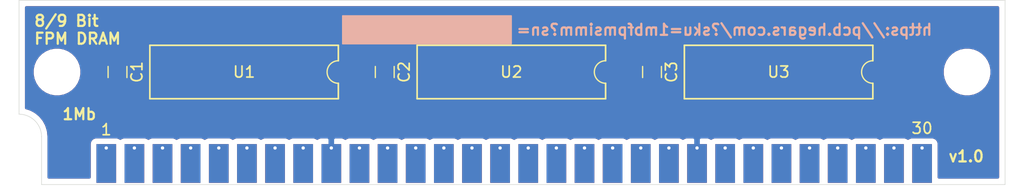
<source format=kicad_pcb>
(kicad_pcb (version 20171130) (host pcbnew "(5.1.9)-1")

  (general
    (thickness 1.2)
    (drawings 11)
    (tracks 0)
    (zones 0)
    (modules 9)
    (nets 35)
  )

  (page A4)
  (layers
    (0 F.Cu signal)
    (1 In1.Cu power)
    (2 In2.Cu power)
    (31 B.Cu signal)
    (32 B.Adhes user)
    (33 F.Adhes user)
    (34 B.Paste user)
    (35 F.Paste user)
    (36 B.SilkS user)
    (37 F.SilkS user)
    (38 B.Mask user)
    (39 F.Mask user)
    (40 Dwgs.User user)
    (41 Cmts.User user)
    (42 Eco1.User user)
    (43 Eco2.User user)
    (44 Edge.Cuts user)
    (45 Margin user)
    (46 B.CrtYd user)
    (47 F.CrtYd user)
    (48 B.Fab user)
    (49 F.Fab user)
  )

  (setup
    (last_trace_width 0.25)
    (trace_clearance 0.2)
    (zone_clearance 0.508)
    (zone_45_only no)
    (trace_min 0.2)
    (via_size 0.8)
    (via_drill 0.4)
    (via_min_size 0.4)
    (via_min_drill 0.3)
    (uvia_size 0.3)
    (uvia_drill 0.1)
    (uvias_allowed no)
    (uvia_min_size 0.2)
    (uvia_min_drill 0.1)
    (edge_width 0.05)
    (segment_width 0.2)
    (pcb_text_width 0.3)
    (pcb_text_size 1.5 1.5)
    (mod_edge_width 0.12)
    (mod_text_size 1 1)
    (mod_text_width 0.15)
    (pad_size 1.524 1.524)
    (pad_drill 0.762)
    (pad_to_mask_clearance 0)
    (aux_axis_origin 0 0)
    (visible_elements 7FFFFFFF)
    (pcbplotparams
      (layerselection 0x010fc_ffffffff)
      (usegerberextensions false)
      (usegerberattributes true)
      (usegerberadvancedattributes true)
      (creategerberjobfile true)
      (excludeedgelayer true)
      (linewidth 0.100000)
      (plotframeref false)
      (viasonmask false)
      (mode 1)
      (useauxorigin false)
      (hpglpennumber 1)
      (hpglpenspeed 20)
      (hpglpendiameter 15.000000)
      (psnegative false)
      (psa4output false)
      (plotreference true)
      (plotvalue true)
      (plotinvisibletext false)
      (padsonsilk false)
      (subtractmaskfromsilk false)
      (outputformat 1)
      (mirror false)
      (drillshape 0)
      (scaleselection 1)
      (outputdirectory "gerber"))
  )

  (net 0 "")
  (net 1 WE)
  (net 2 DQ5)
  (net 3 DP)
  (net 4 CASP)
  (net 5 RAS)
  (net 6 "Net-(B1-Pad19)")
  (net 7 +5V)
  (net 8 QP)
  (net 9 A8)
  (net 10 DQ7)
  (net 11 GND)
  (net 12 A9)
  (net 13 "Net-(B1-Pad24)")
  (net 14 DQ6)
  (net 15 A5)
  (net 16 A4)
  (net 17 DQ2)
  (net 18 DQ4)
  (net 19 DQ3)
  (net 20 A7)
  (net 21 A6)
  (net 22 A2)
  (net 23 A3)
  (net 24 DQ1)
  (net 25 A1)
  (net 26 A0)
  (net 27 DQ0)
  (net 28 CAS)
  (net 29 "Net-(C1-Pad1)")
  (net 30 "Net-(C2-Pad1)")
  (net 31 "Net-(C3-Pad1)")
  (net 32 "Net-(U3-Pad23)")
  (net 33 "Net-(U3-Pad4)")
  (net 34 "Net-(U3-Pad5)")

  (net_class Default "This is the default net class."
    (clearance 0.2)
    (trace_width 0.25)
    (via_dia 0.8)
    (via_drill 0.4)
    (uvia_dia 0.3)
    (uvia_drill 0.1)
    (add_net +5V)
    (add_net A0)
    (add_net A1)
    (add_net A2)
    (add_net A3)
    (add_net A4)
    (add_net A5)
    (add_net A6)
    (add_net A7)
    (add_net A8)
    (add_net A9)
    (add_net CAS)
    (add_net CASP)
    (add_net DP)
    (add_net DQ0)
    (add_net DQ1)
    (add_net DQ2)
    (add_net DQ3)
    (add_net DQ4)
    (add_net DQ5)
    (add_net DQ6)
    (add_net DQ7)
    (add_net GND)
    (add_net "Net-(B1-Pad19)")
    (add_net "Net-(B1-Pad24)")
    (add_net "Net-(C1-Pad1)")
    (add_net "Net-(C2-Pad1)")
    (add_net "Net-(C3-Pad1)")
    (add_net "Net-(U3-Pad23)")
    (add_net "Net-(U3-Pad4)")
    (add_net "Net-(U3-Pad5)")
    (add_net QP)
    (add_net RAS)
    (add_net WE)
  )

  (module Sebs:SOJ-20 (layer F.Cu) (tedit 5FF02178) (tstamp 5FFDB7F4)
    (at 182.88 116.84 180)
    (descr "SOJ 26(20) 300mil")
    (path /5FFFC502)
    (attr smd)
    (fp_text reference U3 (at 0 0) (layer F.SilkS)
      (effects (font (size 1 1) (thickness 0.15)))
    )
    (fp_text value JEDEC-FPDRAM_Parity (at 0 -0.889) (layer F.Fab)
      (effects (font (size 1 1) (thickness 0.15)))
    )
    (fp_line (start -8.509 -1.016) (end -8.509 -2.413) (layer F.SilkS) (width 0.15))
    (fp_line (start 8.509 4.318) (end 8.509 -4.318) (layer F.Fab) (width 0.12))
    (fp_line (start -8.509 3.429) (end 8.509 3.429) (layer F.Fab) (width 0.12))
    (fp_line (start -8.509 -3.429) (end 8.509 -3.429) (layer F.Fab) (width 0.12))
    (fp_line (start 8.509 3.81) (end -8.509 3.81) (layer F.Fab) (width 0.12))
    (fp_line (start 8.509 -3.81) (end -8.509 -3.81) (layer F.Fab) (width 0.12))
    (fp_line (start -8.509 4.318) (end -8.509 -4.318) (layer F.Fab) (width 0.12))
    (fp_line (start -8.509 2.413) (end -8.509 1.016) (layer F.SilkS) (width 0.15))
    (fp_line (start -8.509 -2.413) (end 8.509 -2.413) (layer F.SilkS) (width 0.15))
    (fp_line (start 8.509 -2.413) (end 8.509 2.413) (layer F.SilkS) (width 0.15))
    (fp_line (start 8.509 2.413) (end -8.509 2.413) (layer F.SilkS) (width 0.15))
    (fp_line (start 8.509 -4.318) (end -8.509 -4.318) (layer F.Fab) (width 0.12))
    (fp_line (start 8.509 4.318) (end -8.509 4.318) (layer F.Fab) (width 0.12))
    (fp_arc (start -8.509 0) (end -8.509 1.016) (angle -180) (layer F.SilkS) (width 0.12))
    (pad 14 smd rect (at 7.493 -3.556 180) (size 0.8 2) (layers F.Cu F.Paste F.Mask)
      (net 16 A4))
    (pad 15 smd rect (at 6.223 -3.556 180) (size 0.8 2) (layers F.Cu F.Paste F.Mask)
      (net 15 A5))
    (pad 16 smd rect (at 4.953 -3.556 180) (size 0.8 2) (layers F.Cu F.Paste F.Mask)
      (net 21 A6))
    (pad 17 smd rect (at 3.683 -3.556 180) (size 0.8 2) (layers F.Cu F.Paste F.Mask)
      (net 20 A7))
    (pad 18 smd rect (at 2.413 -3.556 180) (size 0.8 2) (layers F.Cu F.Paste F.Mask)
      (net 9 A8))
    (pad 22 smd rect (at -2.667 -3.556 180) (size 0.8 2) (layers F.Cu F.Paste F.Mask)
      (net 12 A9))
    (pad 23 smd rect (at -3.937 -3.556 180) (size 0.8 2) (layers F.Cu F.Paste F.Mask)
      (net 32 "Net-(U3-Pad23)"))
    (pad 24 smd rect (at -5.207 -3.556 180) (size 0.8 2) (layers F.Cu F.Paste F.Mask)
      (net 4 CASP))
    (pad 25 smd rect (at -6.477 -3.556 180) (size 0.8 2) (layers F.Cu F.Paste F.Mask)
      (net 8 QP))
    (pad 26 smd rect (at -7.62 -3.556 180) (size 0.8 2) (layers F.Cu F.Paste F.Mask)
      (net 11 GND))
    (pad 1 smd rect (at -7.62 3.556 180) (size 0.8 2) (layers F.Cu F.Paste F.Mask)
      (net 3 DP))
    (pad 2 smd rect (at -6.35 3.556 180) (size 0.8 2) (layers F.Cu F.Paste F.Mask)
      (net 1 WE))
    (pad 3 smd rect (at -5.08 3.556 180) (size 0.8 2) (layers F.Cu F.Paste F.Mask)
      (net 5 RAS))
    (pad 4 smd rect (at -3.81 3.556 180) (size 0.8 2) (layers F.Cu F.Paste F.Mask)
      (net 33 "Net-(U3-Pad4)"))
    (pad 5 smd rect (at -2.54 3.556 180) (size 0.8 2) (layers F.Cu F.Paste F.Mask)
      (net 34 "Net-(U3-Pad5)"))
    (pad 9 smd rect (at 2.54 3.556 180) (size 0.8 2) (layers F.Cu F.Paste F.Mask)
      (net 26 A0))
    (pad 10 smd rect (at 3.81 3.556 180) (size 0.8 2) (layers F.Cu F.Paste F.Mask)
      (net 25 A1))
    (pad 11 smd rect (at 5.08 3.556 180) (size 0.8 2) (layers F.Cu F.Paste F.Mask)
      (net 22 A2))
    (pad 12 smd rect (at 6.35 3.556 180) (size 0.8 2) (layers F.Cu F.Paste F.Mask)
      (net 23 A3))
    (pad 13 smd rect (at 7.62 3.556 180) (size 0.8 2) (layers F.Cu F.Paste F.Mask)
      (net 31 "Net-(C3-Pad1)"))
    (model SMD_Packages.3dshapes/SOJ-32.wrl
      (at (xyz 0 0 0))
      (scale (xyz 0.5 0.55 0.5))
      (rotate (xyz 0 0 0))
    )
  )

  (module Capacitors_SMD:C_0805_HandSoldering (layer F.Cu) (tedit 58AA84A8) (tstamp 5FFDB44E)
    (at 171.45 116.84 270)
    (descr "Capacitor SMD 0805, hand soldering")
    (tags "capacitor 0805")
    (path /5FFFE8F4)
    (attr smd)
    (fp_text reference C3 (at 0 -1.75 90) (layer F.SilkS)
      (effects (font (size 1 1) (thickness 0.15)))
    )
    (fp_text value CP (at 0 1.75 90) (layer F.Fab)
      (effects (font (size 1 1) (thickness 0.15)))
    )
    (fp_line (start -1 0.62) (end -1 -0.62) (layer F.Fab) (width 0.1))
    (fp_line (start 1 0.62) (end -1 0.62) (layer F.Fab) (width 0.1))
    (fp_line (start 1 -0.62) (end 1 0.62) (layer F.Fab) (width 0.1))
    (fp_line (start -1 -0.62) (end 1 -0.62) (layer F.Fab) (width 0.1))
    (fp_line (start 0.5 -0.85) (end -0.5 -0.85) (layer F.SilkS) (width 0.12))
    (fp_line (start -0.5 0.85) (end 0.5 0.85) (layer F.SilkS) (width 0.12))
    (fp_line (start -2.25 -0.88) (end 2.25 -0.88) (layer F.CrtYd) (width 0.05))
    (fp_line (start -2.25 -0.88) (end -2.25 0.87) (layer F.CrtYd) (width 0.05))
    (fp_line (start 2.25 0.87) (end 2.25 -0.88) (layer F.CrtYd) (width 0.05))
    (fp_line (start 2.25 0.87) (end -2.25 0.87) (layer F.CrtYd) (width 0.05))
    (fp_text user %R (at 0 -1.75 90) (layer F.Fab)
      (effects (font (size 1 1) (thickness 0.15)))
    )
    (pad 1 smd rect (at -1.25 0 270) (size 1.5 1.25) (layers F.Cu F.Paste F.Mask)
      (net 31 "Net-(C3-Pad1)"))
    (pad 2 smd rect (at 1.25 0 270) (size 1.5 1.25) (layers F.Cu F.Paste F.Mask)
      (net 7 +5V))
    (model Capacitors_SMD.3dshapes/C_0805.wrl
      (at (xyz 0 0 0))
      (scale (xyz 1 1 1))
      (rotate (xyz 0 0 0))
    )
  )

  (module Capacitors_SMD:C_0805_HandSoldering (layer F.Cu) (tedit 58AA84A8) (tstamp 5FFD9B4D)
    (at 147.32 116.84 270)
    (descr "Capacitor SMD 0805, hand soldering")
    (tags "capacitor 0805")
    (path /5FFEC894)
    (attr smd)
    (fp_text reference C2 (at 0 -1.75 90) (layer F.SilkS)
      (effects (font (size 1 1) (thickness 0.15)))
    )
    (fp_text value CP (at 0 1.75 90) (layer F.Fab)
      (effects (font (size 1 1) (thickness 0.15)))
    )
    (fp_line (start 2.25 0.87) (end -2.25 0.87) (layer F.CrtYd) (width 0.05))
    (fp_line (start 2.25 0.87) (end 2.25 -0.88) (layer F.CrtYd) (width 0.05))
    (fp_line (start -2.25 -0.88) (end -2.25 0.87) (layer F.CrtYd) (width 0.05))
    (fp_line (start -2.25 -0.88) (end 2.25 -0.88) (layer F.CrtYd) (width 0.05))
    (fp_line (start -0.5 0.85) (end 0.5 0.85) (layer F.SilkS) (width 0.12))
    (fp_line (start 0.5 -0.85) (end -0.5 -0.85) (layer F.SilkS) (width 0.12))
    (fp_line (start -1 -0.62) (end 1 -0.62) (layer F.Fab) (width 0.1))
    (fp_line (start 1 -0.62) (end 1 0.62) (layer F.Fab) (width 0.1))
    (fp_line (start 1 0.62) (end -1 0.62) (layer F.Fab) (width 0.1))
    (fp_line (start -1 0.62) (end -1 -0.62) (layer F.Fab) (width 0.1))
    (fp_text user %R (at 0 -1.75 90) (layer F.Fab)
      (effects (font (size 1 1) (thickness 0.15)))
    )
    (pad 1 smd rect (at -1.25 0 270) (size 1.5 1.25) (layers F.Cu F.Paste F.Mask)
      (net 30 "Net-(C2-Pad1)"))
    (pad 2 smd rect (at 1.25 0 270) (size 1.5 1.25) (layers F.Cu F.Paste F.Mask)
      (net 7 +5V))
    (model Capacitors_SMD.3dshapes/C_0805.wrl
      (at (xyz 0 0 0))
      (scale (xyz 1 1 1))
      (rotate (xyz 0 0 0))
    )
  )

  (module Capacitors_SMD:C_0805_HandSoldering (layer F.Cu) (tedit 58AA84A8) (tstamp 5FFD9B4A)
    (at 123.19 116.84 270)
    (descr "Capacitor SMD 0805, hand soldering")
    (tags "capacitor 0805")
    (path /5FFEBDF2)
    (attr smd)
    (fp_text reference C1 (at 0 -1.75 90) (layer F.SilkS)
      (effects (font (size 1 1) (thickness 0.15)))
    )
    (fp_text value CP (at 0 1.75 90) (layer F.Fab)
      (effects (font (size 1 1) (thickness 0.15)))
    )
    (fp_line (start 2.25 0.87) (end -2.25 0.87) (layer F.CrtYd) (width 0.05))
    (fp_line (start 2.25 0.87) (end 2.25 -0.88) (layer F.CrtYd) (width 0.05))
    (fp_line (start -2.25 -0.88) (end -2.25 0.87) (layer F.CrtYd) (width 0.05))
    (fp_line (start -2.25 -0.88) (end 2.25 -0.88) (layer F.CrtYd) (width 0.05))
    (fp_line (start -0.5 0.85) (end 0.5 0.85) (layer F.SilkS) (width 0.12))
    (fp_line (start 0.5 -0.85) (end -0.5 -0.85) (layer F.SilkS) (width 0.12))
    (fp_line (start -1 -0.62) (end 1 -0.62) (layer F.Fab) (width 0.1))
    (fp_line (start 1 -0.62) (end 1 0.62) (layer F.Fab) (width 0.1))
    (fp_line (start 1 0.62) (end -1 0.62) (layer F.Fab) (width 0.1))
    (fp_line (start -1 0.62) (end -1 -0.62) (layer F.Fab) (width 0.1))
    (fp_text user %R (at 0 -1.75 90) (layer F.Fab)
      (effects (font (size 1 1) (thickness 0.15)))
    )
    (pad 1 smd rect (at -1.25 0 270) (size 1.5 1.25) (layers F.Cu F.Paste F.Mask)
      (net 29 "Net-(C1-Pad1)"))
    (pad 2 smd rect (at 1.25 0 270) (size 1.5 1.25) (layers F.Cu F.Paste F.Mask)
      (net 7 +5V))
    (model Capacitors_SMD.3dshapes/C_0805.wrl
      (at (xyz 0 0 0))
      (scale (xyz 1 1 1))
      (rotate (xyz 0 0 0))
    )
  )

  (module Mounting_Holes:MountingHole_3.2mm_M3 (layer F.Cu) (tedit 56D1B4CB) (tstamp 5FFD9706)
    (at 199.898 116.84)
    (descr "Mounting Hole 3.2mm, no annular, M3")
    (tags "mounting hole 3.2mm no annular m3")
    (path /5FFE8F8D)
    (attr virtual)
    (fp_text reference H2 (at 0 -4.2) (layer F.SilkS) hide
      (effects (font (size 1 1) (thickness 0.15)))
    )
    (fp_text value MountingHole (at 0 4.2) (layer F.Fab)
      (effects (font (size 1 1) (thickness 0.15)))
    )
    (fp_circle (center 0 0) (end 3.45 0) (layer F.CrtYd) (width 0.05))
    (fp_circle (center 0 0) (end 3.2 0) (layer Cmts.User) (width 0.15))
    (fp_text user %R (at 0.3 0) (layer F.Fab)
      (effects (font (size 1 1) (thickness 0.15)))
    )
    (pad 1 np_thru_hole circle (at 0 0) (size 3.2 3.2) (drill 3.2) (layers *.Cu *.Mask))
  )

  (module Mounting_Holes:MountingHole_3.2mm_M3 (layer F.Cu) (tedit 56D1B4CB) (tstamp 5FFD9703)
    (at 117.729 116.84)
    (descr "Mounting Hole 3.2mm, no annular, M3")
    (tags "mounting hole 3.2mm no annular m3")
    (path /5FFE89F8)
    (attr virtual)
    (fp_text reference H1 (at 0 -4.2) (layer F.SilkS) hide
      (effects (font (size 1 1) (thickness 0.15)))
    )
    (fp_text value MountingHole (at 0 4.2) (layer F.Fab)
      (effects (font (size 1 1) (thickness 0.15)))
    )
    (fp_circle (center 0 0) (end 3.45 0) (layer F.CrtYd) (width 0.05))
    (fp_circle (center 0 0) (end 3.2 0) (layer Cmts.User) (width 0.15))
    (fp_text user %R (at 0.3 0) (layer F.Fab)
      (effects (font (size 1 1) (thickness 0.15)))
    )
    (pad 1 np_thru_hole circle (at 0 0) (size 3.2 3.2) (drill 3.2) (layers *.Cu *.Mask))
  )

  (module Sebs:SOJ-20 (layer F.Cu) (tedit 5FF02178) (tstamp 5FFD8CE9)
    (at 158.75 116.84 180)
    (descr "SOJ 26(20) 300mil")
    (path /5FFE07C4)
    (attr smd)
    (fp_text reference U2 (at 0 0) (layer F.SilkS)
      (effects (font (size 1 1) (thickness 0.15)))
    )
    (fp_text value JEDEC-FPDRAM (at 0.429999 -0.598999) (layer F.Fab)
      (effects (font (size 1 1) (thickness 0.15)))
    )
    (fp_line (start 8.509 4.318) (end -8.509 4.318) (layer F.Fab) (width 0.12))
    (fp_line (start 8.509 -4.318) (end -8.509 -4.318) (layer F.Fab) (width 0.12))
    (fp_line (start 8.509 2.413) (end -8.509 2.413) (layer F.SilkS) (width 0.15))
    (fp_line (start 8.509 -2.413) (end 8.509 2.413) (layer F.SilkS) (width 0.15))
    (fp_line (start -8.509 -2.413) (end 8.509 -2.413) (layer F.SilkS) (width 0.15))
    (fp_line (start -8.509 2.413) (end -8.509 1.016) (layer F.SilkS) (width 0.15))
    (fp_line (start -8.509 4.318) (end -8.509 -4.318) (layer F.Fab) (width 0.12))
    (fp_line (start 8.509 -3.81) (end -8.509 -3.81) (layer F.Fab) (width 0.12))
    (fp_line (start 8.509 3.81) (end -8.509 3.81) (layer F.Fab) (width 0.12))
    (fp_line (start -8.509 -3.429) (end 8.509 -3.429) (layer F.Fab) (width 0.12))
    (fp_line (start -8.509 3.429) (end 8.509 3.429) (layer F.Fab) (width 0.12))
    (fp_line (start 8.509 4.318) (end 8.509 -4.318) (layer F.Fab) (width 0.12))
    (fp_line (start -8.509 -1.016) (end -8.509 -2.413) (layer F.SilkS) (width 0.15))
    (fp_arc (start -8.509 0) (end -8.509 1.016) (angle -180) (layer F.SilkS) (width 0.12))
    (pad 14 smd rect (at 7.493 -3.556 180) (size 0.8 2) (layers F.Cu F.Paste F.Mask)
      (net 16 A4))
    (pad 15 smd rect (at 6.223 -3.556 180) (size 0.8 2) (layers F.Cu F.Paste F.Mask)
      (net 15 A5))
    (pad 16 smd rect (at 4.953 -3.556 180) (size 0.8 2) (layers F.Cu F.Paste F.Mask)
      (net 21 A6))
    (pad 17 smd rect (at 3.683 -3.556 180) (size 0.8 2) (layers F.Cu F.Paste F.Mask)
      (net 20 A7))
    (pad 18 smd rect (at 2.413 -3.556 180) (size 0.8 2) (layers F.Cu F.Paste F.Mask)
      (net 9 A8))
    (pad 22 smd rect (at -2.667 -3.556 180) (size 0.8 2) (layers F.Cu F.Paste F.Mask)
      (net 11 GND))
    (pad 23 smd rect (at -3.937 -3.556 180) (size 0.8 2) (layers F.Cu F.Paste F.Mask)
      (net 28 CAS))
    (pad 24 smd rect (at -5.207 -3.556 180) (size 0.8 2) (layers F.Cu F.Paste F.Mask)
      (net 14 DQ6))
    (pad 25 smd rect (at -6.477 -3.556 180) (size 0.8 2) (layers F.Cu F.Paste F.Mask)
      (net 10 DQ7))
    (pad 26 smd rect (at -7.62 -3.556 180) (size 0.8 2) (layers F.Cu F.Paste F.Mask)
      (net 11 GND))
    (pad 1 smd rect (at -7.62 3.556 180) (size 0.8 2) (layers F.Cu F.Paste F.Mask)
      (net 18 DQ4))
    (pad 2 smd rect (at -6.35 3.556 180) (size 0.8 2) (layers F.Cu F.Paste F.Mask)
      (net 2 DQ5))
    (pad 3 smd rect (at -5.08 3.556 180) (size 0.8 2) (layers F.Cu F.Paste F.Mask)
      (net 1 WE))
    (pad 4 smd rect (at -3.81 3.556 180) (size 0.8 2) (layers F.Cu F.Paste F.Mask)
      (net 5 RAS))
    (pad 5 smd rect (at -2.54 3.556 180) (size 0.8 2) (layers F.Cu F.Paste F.Mask)
      (net 12 A9))
    (pad 9 smd rect (at 2.54 3.556 180) (size 0.8 2) (layers F.Cu F.Paste F.Mask)
      (net 26 A0))
    (pad 10 smd rect (at 3.81 3.556 180) (size 0.8 2) (layers F.Cu F.Paste F.Mask)
      (net 25 A1))
    (pad 11 smd rect (at 5.08 3.556 180) (size 0.8 2) (layers F.Cu F.Paste F.Mask)
      (net 22 A2))
    (pad 12 smd rect (at 6.35 3.556 180) (size 0.8 2) (layers F.Cu F.Paste F.Mask)
      (net 23 A3))
    (pad 13 smd rect (at 7.62 3.556 180) (size 0.8 2) (layers F.Cu F.Paste F.Mask)
      (net 30 "Net-(C2-Pad1)"))
    (model SMD_Packages.3dshapes/SOJ-32.wrl
      (at (xyz 0 0 0))
      (scale (xyz 0.5 0.55 0.5))
      (rotate (xyz 0 0 0))
    )
  )

  (module Sebs:SOJ-20 (layer F.Cu) (tedit 5FF02178) (tstamp 5FFD8CC3)
    (at 134.62 116.84 180)
    (descr "SOJ 26(20) 300mil")
    (path /5FFDF090)
    (attr smd)
    (fp_text reference U1 (at 0 0) (layer F.SilkS)
      (effects (font (size 1 1) (thickness 0.15)))
    )
    (fp_text value JEDEC-FPDRAM (at 0 -0.889) (layer F.Fab)
      (effects (font (size 1 1) (thickness 0.15)))
    )
    (fp_line (start 8.509 4.318) (end -8.509 4.318) (layer F.Fab) (width 0.12))
    (fp_line (start 8.509 -4.318) (end -8.509 -4.318) (layer F.Fab) (width 0.12))
    (fp_line (start 8.509 2.413) (end -8.509 2.413) (layer F.SilkS) (width 0.15))
    (fp_line (start 8.509 -2.413) (end 8.509 2.413) (layer F.SilkS) (width 0.15))
    (fp_line (start -8.509 -2.413) (end 8.509 -2.413) (layer F.SilkS) (width 0.15))
    (fp_line (start -8.509 2.413) (end -8.509 1.016) (layer F.SilkS) (width 0.15))
    (fp_line (start -8.509 4.318) (end -8.509 -4.318) (layer F.Fab) (width 0.12))
    (fp_line (start 8.509 -3.81) (end -8.509 -3.81) (layer F.Fab) (width 0.12))
    (fp_line (start 8.509 3.81) (end -8.509 3.81) (layer F.Fab) (width 0.12))
    (fp_line (start -8.509 -3.429) (end 8.509 -3.429) (layer F.Fab) (width 0.12))
    (fp_line (start -8.509 3.429) (end 8.509 3.429) (layer F.Fab) (width 0.12))
    (fp_line (start 8.509 4.318) (end 8.509 -4.318) (layer F.Fab) (width 0.12))
    (fp_line (start -8.509 -1.016) (end -8.509 -2.413) (layer F.SilkS) (width 0.15))
    (fp_arc (start -8.509 0) (end -8.509 1.016) (angle -180) (layer F.SilkS) (width 0.12))
    (pad 14 smd rect (at 7.493 -3.556 180) (size 0.8 2) (layers F.Cu F.Paste F.Mask)
      (net 16 A4))
    (pad 15 smd rect (at 6.223 -3.556 180) (size 0.8 2) (layers F.Cu F.Paste F.Mask)
      (net 15 A5))
    (pad 16 smd rect (at 4.953 -3.556 180) (size 0.8 2) (layers F.Cu F.Paste F.Mask)
      (net 21 A6))
    (pad 17 smd rect (at 3.683 -3.556 180) (size 0.8 2) (layers F.Cu F.Paste F.Mask)
      (net 20 A7))
    (pad 18 smd rect (at 2.413 -3.556 180) (size 0.8 2) (layers F.Cu F.Paste F.Mask)
      (net 9 A8))
    (pad 22 smd rect (at -2.667 -3.556 180) (size 0.8 2) (layers F.Cu F.Paste F.Mask)
      (net 11 GND))
    (pad 23 smd rect (at -3.937 -3.556 180) (size 0.8 2) (layers F.Cu F.Paste F.Mask)
      (net 28 CAS))
    (pad 24 smd rect (at -5.207 -3.556 180) (size 0.8 2) (layers F.Cu F.Paste F.Mask)
      (net 17 DQ2))
    (pad 25 smd rect (at -6.477 -3.556 180) (size 0.8 2) (layers F.Cu F.Paste F.Mask)
      (net 19 DQ3))
    (pad 26 smd rect (at -7.62 -3.556 180) (size 0.8 2) (layers F.Cu F.Paste F.Mask)
      (net 11 GND))
    (pad 1 smd rect (at -7.62 3.556 180) (size 0.8 2) (layers F.Cu F.Paste F.Mask)
      (net 27 DQ0))
    (pad 2 smd rect (at -6.35 3.556 180) (size 0.8 2) (layers F.Cu F.Paste F.Mask)
      (net 24 DQ1))
    (pad 3 smd rect (at -5.08 3.556 180) (size 0.8 2) (layers F.Cu F.Paste F.Mask)
      (net 1 WE))
    (pad 4 smd rect (at -3.81 3.556 180) (size 0.8 2) (layers F.Cu F.Paste F.Mask)
      (net 5 RAS))
    (pad 5 smd rect (at -2.54 3.556 180) (size 0.8 2) (layers F.Cu F.Paste F.Mask)
      (net 12 A9))
    (pad 9 smd rect (at 2.54 3.556 180) (size 0.8 2) (layers F.Cu F.Paste F.Mask)
      (net 26 A0))
    (pad 10 smd rect (at 3.81 3.556 180) (size 0.8 2) (layers F.Cu F.Paste F.Mask)
      (net 25 A1))
    (pad 11 smd rect (at 5.08 3.556 180) (size 0.8 2) (layers F.Cu F.Paste F.Mask)
      (net 22 A2))
    (pad 12 smd rect (at 6.35 3.556 180) (size 0.8 2) (layers F.Cu F.Paste F.Mask)
      (net 23 A3))
    (pad 13 smd rect (at 7.62 3.556 180) (size 0.8 2) (layers F.Cu F.Paste F.Mask)
      (net 29 "Net-(C1-Pad1)"))
    (model SMD_Packages.3dshapes/SOJ-32.wrl
      (at (xyz 0 0 0))
      (scale (xyz 0.5 0.55 0.5))
      (rotate (xyz 0 0 0))
    )
  )

  (module Sebs:30pinSIMM (layer F.Cu) (tedit 5FEDEB24) (tstamp 5FFD8C9D)
    (at 114.3 127)
    (path /5FFD8792)
    (fp_text reference B1 (at 3.302 -14.986) (layer F.SilkS) hide
      (effects (font (size 1 1) (thickness 0.15)))
    )
    (fp_text value 30pinSIMM (at 5.08 -13.208) (layer F.Fab)
      (effects (font (size 1 1) (thickness 0.15)))
    )
    (fp_line (start 44.704 -5.207) (end 45.72 -3.937) (layer F.Fab) (width 0.12))
    (fp_line (start 43.561 -3.937) (end 44.704 -5.207) (layer F.Fab) (width 0.12))
    (fp_line (start 0 -16.59) (end 89.03 -16.59) (layer F.Fab) (width 0.12))
    (fp_line (start 2.032 0) (end 2.032 -4.318002) (layer F.Fab) (width 0.12))
    (fp_line (start 0 -6.35) (end 0 -16.59) (layer F.Fab) (width 0.12))
    (fp_line (start 89.03 0) (end 89.03 -16.59) (layer F.Fab) (width 0.12))
    (fp_circle (center 3.326 -10.16) (end 4.826 -10.16) (layer F.Fab) (width 0.12))
    (fp_line (start 3.38 0) (end 3.38 -10.16) (layer F.Fab) (width 0.12))
    (fp_line (start 0 -10.16) (end 3.38 -10.16) (layer F.Fab) (width 0.12))
    (fp_line (start 2.032 0) (end 89.03 0) (layer F.Fab) (width 0.12))
    (fp_line (start 85.647 0) (end 85.647 -10.16) (layer F.Fab) (width 0.12))
    (fp_line (start 85.647 -10.16) (end 89.027 -10.16) (layer F.Fab) (width 0.12))
    (fp_circle (center 85.622 -10.16) (end 87.122 -10.16) (layer F.Fab) (width 0.12))
    (fp_line (start 44.704 0) (end 44.704 -3.937) (layer F.Fab) (width 0.12))
    (fp_line (start 43.561 -3.937) (end 45.72 -3.937) (layer F.Fab) (width 0.12))
    (fp_arc (start 0 -4.318002) (end 2.032 -4.318002) (angle -89.9) (layer F.Fab) (width 0.12))
    (fp_text user 30 (at 81.534 -5.08) (layer F.SilkS)
      (effects (font (size 1 1) (thickness 0.15)))
    )
    (fp_text user 1 (at 7.874 -4.953) (layer F.SilkS)
      (effects (font (size 1 1) (thickness 0.15)))
    )
    (pad 21 thru_hole rect (at 58.674 -3.302) (size 1.78 3.5) (drill 0.3 (offset 0 1.4)) (layers *.Cu *.Mask)
      (net 1 WE))
    (pad 20 thru_hole rect (at 56.134 -3.302) (size 1.78 3.5) (drill 0.3 (offset 0 1.4)) (layers *.Cu *.Mask)
      (net 2 DQ5))
    (pad 29 thru_hole rect (at 78.994 -3.302) (size 1.78 3.5) (drill 0.3 (offset 0 1.4)) (layers *.Cu *.Mask)
      (net 3 DP))
    (pad 28 thru_hole rect (at 76.454 -3.302) (size 1.78 3.5) (drill 0.3 (offset 0 1.4)) (layers *.Cu *.Mask)
      (net 4 CASP))
    (pad 27 thru_hole rect (at 73.914 -3.302) (size 1.78 3.5) (drill 0.3 (offset 0 1.4)) (layers *.Cu *.Mask)
      (net 5 RAS))
    (pad 19 thru_hole rect (at 53.594 -3.302) (size 1.78 3.5) (drill 0.3 (offset 0 1.4)) (layers *.Cu *.Mask)
      (net 6 "Net-(B1-Pad19)"))
    (pad 30 thru_hole rect (at 81.534 -3.302) (size 1.78 3.5) (drill 0.3 (offset 0 1.4)) (layers *.Cu *.Mask)
      (net 7 +5V))
    (pad 26 thru_hole rect (at 71.374 -3.302) (size 1.78 3.5) (drill 0.3 (offset 0 1.4)) (layers *.Cu *.Mask)
      (net 8 QP))
    (pad 17 thru_hole rect (at 48.514 -3.302) (size 1.78 3.5) (drill 0.3 (offset 0 1.4)) (layers *.Cu *.Mask)
      (net 9 A8))
    (pad 25 thru_hole rect (at 68.834 -3.302) (size 1.78 3.5) (drill 0.3 (offset 0 1.4)) (layers *.Cu *.Mask)
      (net 10 DQ7))
    (pad 22 thru_hole rect (at 61.214 -3.302) (size 1.78 3.5) (drill 0.3 (offset 0 1.4)) (layers *.Cu *.Mask)
      (net 11 GND))
    (pad 18 thru_hole rect (at 51.054 -3.302) (size 1.78 3.5) (drill 0.3 (offset 0 1.4)) (layers *.Cu *.Mask)
      (net 12 A9))
    (pad 24 thru_hole rect (at 66.294 -3.302) (size 1.78 3.5) (drill 0.3 (offset 0 1.4)) (layers *.Cu *.Mask)
      (net 13 "Net-(B1-Pad24)"))
    (pad 23 thru_hole rect (at 63.754 -3.302) (size 1.78 3.5) (drill 0.3 (offset 0 1.4)) (layers *.Cu *.Mask)
      (net 14 DQ6))
    (pad 12 thru_hole rect (at 35.814 -3.302) (size 1.78 3.5) (drill 0.3 (offset 0 1.4)) (layers *.Cu *.Mask)
      (net 15 A5))
    (pad 11 thru_hole rect (at 33.274 -3.302) (size 1.78 3.5) (drill 0.3 (offset 0 1.4)) (layers *.Cu *.Mask)
      (net 16 A4))
    (pad 10 thru_hole rect (at 30.734 -3.302) (size 1.78 3.5) (drill 0.3 (offset 0 1.4)) (layers *.Cu *.Mask)
      (net 17 DQ2))
    (pad 16 thru_hole rect (at 45.974 -3.302) (size 1.78 3.5) (drill 0.3 (offset 0 1.4)) (layers *.Cu *.Mask)
      (net 18 DQ4))
    (pad 13 thru_hole rect (at 38.354 -3.302) (size 1.78 3.5) (drill 0.3 (offset 0 1.4)) (layers *.Cu *.Mask)
      (net 19 DQ3))
    (pad 9 thru_hole rect (at 28.194 -3.302) (size 1.78 3.5) (drill 0.3 (offset 0 1.4)) (layers *.Cu *.Mask)
      (net 11 GND))
    (pad 15 thru_hole rect (at 43.434 -3.302) (size 1.78 3.5) (drill 0.3 (offset 0 1.4)) (layers *.Cu *.Mask)
      (net 20 A7))
    (pad 14 thru_hole rect (at 40.894 -3.302) (size 1.78 3.5) (drill 0.3 (offset 0 1.4)) (layers *.Cu *.Mask)
      (net 21 A6))
    (pad 7 thru_hole rect (at 23.114 -3.302) (size 1.78 3.5) (drill 0.3 (offset 0 1.4)) (layers *.Cu *.Mask)
      (net 22 A2))
    (pad 8 thru_hole rect (at 25.654 -3.302) (size 1.78 3.5) (drill 0.3 (offset 0 1.4)) (layers *.Cu *.Mask)
      (net 23 A3))
    (pad 6 thru_hole rect (at 20.574 -3.302) (size 1.78 3.5) (drill 0.3 (offset 0 1.4)) (layers *.Cu *.Mask)
      (net 24 DQ1))
    (pad 5 thru_hole rect (at 18.034 -3.302) (size 1.78 3.5) (drill 0.3 (offset 0 1.4)) (layers *.Cu *.Mask)
      (net 25 A1))
    (pad 4 thru_hole rect (at 15.494 -3.302) (size 1.78 3.5) (drill 0.3 (offset 0 1.4)) (layers *.Cu *.Mask)
      (net 26 A0))
    (pad 3 thru_hole rect (at 12.954 -3.302) (size 1.78 3.5) (drill 0.3 (offset 0 1.4)) (layers *.Cu *.Mask)
      (net 27 DQ0))
    (pad 2 thru_hole rect (at 10.414 -3.302) (size 1.78 3.5) (drill 0.3 (offset 0 1.4)) (layers *.Cu *.Mask)
      (net 28 CAS))
    (pad 1 thru_hole rect (at 7.874 -3.302) (size 1.78 3.5) (drill 0.3 (offset 0 1.4)) (layers *.Cu *.Mask)
      (net 7 +5V))
  )

  (gr_poly (pts (xy 158.75 114.3) (xy 143.51 114.3) (xy 143.51 111.76) (xy 158.75 111.76)) (layer B.SilkS) (width 0.1))
  (gr_text https://pcb.hegars.com/?sku=1mbfpmsimm?sn= (at 196.85 113.03) (layer B.SilkS) (tstamp 5FFDC154)
    (effects (font (size 1 1) (thickness 0.2)) (justify left mirror))
  )
  (gr_text v1.0 (at 198.12 124.46) (layer F.SilkS) (tstamp 5FFDC01C)
    (effects (font (size 1 1) (thickness 0.2)) (justify left))
  )
  (gr_text 1Mb (at 118.11 120.65) (layer F.SilkS) (tstamp 5FFDC017)
    (effects (font (size 1 1) (thickness 0.2)) (justify left))
  )
  (gr_text "8/9 Bit \nFPM DRAM" (at 115.57 113.03) (layer F.SilkS)
    (effects (font (size 1 1) (thickness 0.2)) (justify left))
  )
  (gr_arc (start 114.3 122.682) (end 116.332 122.682) (angle -90) (layer Edge.Cuts) (width 0.05))
  (gr_line (start 116.332 122.682) (end 116.332 127) (layer Edge.Cuts) (width 0.05) (tstamp 5FFD9875))
  (gr_line (start 114.3 110.363) (end 114.3 120.65) (layer Edge.Cuts) (width 0.05))
  (gr_line (start 203.327 110.363) (end 114.3 110.363) (layer Edge.Cuts) (width 0.05))
  (gr_line (start 203.327 127) (end 203.327 110.363) (layer Edge.Cuts) (width 0.05))
  (gr_line (start 116.332 127) (end 203.327 127) (layer Edge.Cuts) (width 0.05))

  (zone (net 0) (net_name "") (layer F.Cu) (tstamp 5FFDB08C) (hatch edge 0.508)
    (connect_pads (clearance 0.508))
    (min_thickness 0.254)
    (fill yes (arc_segments 32) (thermal_gap 0.508) (thermal_bridge_width 0.508))
    (polygon
      (pts
        (xy 203.327 127) (xy 114.3 127) (xy 114.3 110.363) (xy 203.327 110.363)
      )
    )
    (filled_polygon
      (pts
        (xy 202.667 126.34) (xy 197.362072 126.34) (xy 197.362072 123.348) (xy 197.349812 123.223518) (xy 197.313502 123.10382)
        (xy 197.254537 122.993506) (xy 197.175185 122.896815) (xy 197.078494 122.817463) (xy 196.96818 122.758498) (xy 196.848482 122.722188)
        (xy 196.724 122.709928) (xy 194.944 122.709928) (xy 194.819518 122.722188) (xy 194.69982 122.758498) (xy 194.589506 122.817463)
        (xy 194.564 122.838395) (xy 194.538494 122.817463) (xy 194.42818 122.758498) (xy 194.308482 122.722188) (xy 194.184 122.709928)
        (xy 192.404 122.709928) (xy 192.279518 122.722188) (xy 192.15982 122.758498) (xy 192.049506 122.817463) (xy 192.024 122.838395)
        (xy 191.998494 122.817463) (xy 191.88818 122.758498) (xy 191.768482 122.722188) (xy 191.644 122.709928) (xy 189.864 122.709928)
        (xy 189.739518 122.722188) (xy 189.61982 122.758498) (xy 189.509506 122.817463) (xy 189.484 122.838395) (xy 189.458494 122.817463)
        (xy 189.34818 122.758498) (xy 189.228482 122.722188) (xy 189.104 122.709928) (xy 187.324 122.709928) (xy 187.199518 122.722188)
        (xy 187.07982 122.758498) (xy 186.969506 122.817463) (xy 186.944 122.838395) (xy 186.918494 122.817463) (xy 186.80818 122.758498)
        (xy 186.688482 122.722188) (xy 186.564 122.709928) (xy 184.784 122.709928) (xy 184.659518 122.722188) (xy 184.53982 122.758498)
        (xy 184.429506 122.817463) (xy 184.404 122.838395) (xy 184.378494 122.817463) (xy 184.26818 122.758498) (xy 184.148482 122.722188)
        (xy 184.024 122.709928) (xy 182.244 122.709928) (xy 182.119518 122.722188) (xy 181.99982 122.758498) (xy 181.889506 122.817463)
        (xy 181.864 122.838395) (xy 181.838494 122.817463) (xy 181.72818 122.758498) (xy 181.608482 122.722188) (xy 181.484 122.709928)
        (xy 179.704 122.709928) (xy 179.579518 122.722188) (xy 179.45982 122.758498) (xy 179.349506 122.817463) (xy 179.324 122.838395)
        (xy 179.298494 122.817463) (xy 179.18818 122.758498) (xy 179.068482 122.722188) (xy 178.944 122.709928) (xy 177.164 122.709928)
        (xy 177.039518 122.722188) (xy 176.91982 122.758498) (xy 176.809506 122.817463) (xy 176.784 122.838395) (xy 176.758494 122.817463)
        (xy 176.64818 122.758498) (xy 176.528482 122.722188) (xy 176.404 122.709928) (xy 174.624 122.709928) (xy 174.499518 122.722188)
        (xy 174.37982 122.758498) (xy 174.269506 122.817463) (xy 174.244 122.838395) (xy 174.218494 122.817463) (xy 174.10818 122.758498)
        (xy 173.988482 122.722188) (xy 173.864 122.709928) (xy 172.084 122.709928) (xy 171.959518 122.722188) (xy 171.83982 122.758498)
        (xy 171.729506 122.817463) (xy 171.704 122.838395) (xy 171.678494 122.817463) (xy 171.56818 122.758498) (xy 171.448482 122.722188)
        (xy 171.324 122.709928) (xy 169.544 122.709928) (xy 169.419518 122.722188) (xy 169.29982 122.758498) (xy 169.189506 122.817463)
        (xy 169.164 122.838395) (xy 169.138494 122.817463) (xy 169.02818 122.758498) (xy 168.908482 122.722188) (xy 168.784 122.709928)
        (xy 167.004 122.709928) (xy 166.879518 122.722188) (xy 166.75982 122.758498) (xy 166.649506 122.817463) (xy 166.624 122.838395)
        (xy 166.598494 122.817463) (xy 166.48818 122.758498) (xy 166.368482 122.722188) (xy 166.244 122.709928) (xy 164.464 122.709928)
        (xy 164.339518 122.722188) (xy 164.21982 122.758498) (xy 164.109506 122.817463) (xy 164.084 122.838395) (xy 164.058494 122.817463)
        (xy 163.94818 122.758498) (xy 163.828482 122.722188) (xy 163.704 122.709928) (xy 161.924 122.709928) (xy 161.799518 122.722188)
        (xy 161.67982 122.758498) (xy 161.569506 122.817463) (xy 161.544 122.838395) (xy 161.518494 122.817463) (xy 161.40818 122.758498)
        (xy 161.288482 122.722188) (xy 161.164 122.709928) (xy 159.384 122.709928) (xy 159.259518 122.722188) (xy 159.13982 122.758498)
        (xy 159.029506 122.817463) (xy 159.004 122.838395) (xy 158.978494 122.817463) (xy 158.86818 122.758498) (xy 158.748482 122.722188)
        (xy 158.624 122.709928) (xy 156.844 122.709928) (xy 156.719518 122.722188) (xy 156.59982 122.758498) (xy 156.489506 122.817463)
        (xy 156.464 122.838395) (xy 156.438494 122.817463) (xy 156.32818 122.758498) (xy 156.208482 122.722188) (xy 156.084 122.709928)
        (xy 154.304 122.709928) (xy 154.179518 122.722188) (xy 154.05982 122.758498) (xy 153.949506 122.817463) (xy 153.924 122.838395)
        (xy 153.898494 122.817463) (xy 153.78818 122.758498) (xy 153.668482 122.722188) (xy 153.544 122.709928) (xy 151.764 122.709928)
        (xy 151.639518 122.722188) (xy 151.51982 122.758498) (xy 151.409506 122.817463) (xy 151.384 122.838395) (xy 151.358494 122.817463)
        (xy 151.24818 122.758498) (xy 151.128482 122.722188) (xy 151.004 122.709928) (xy 149.224 122.709928) (xy 149.099518 122.722188)
        (xy 148.97982 122.758498) (xy 148.869506 122.817463) (xy 148.844 122.838395) (xy 148.818494 122.817463) (xy 148.70818 122.758498)
        (xy 148.588482 122.722188) (xy 148.464 122.709928) (xy 146.684 122.709928) (xy 146.559518 122.722188) (xy 146.43982 122.758498)
        (xy 146.329506 122.817463) (xy 146.304 122.838395) (xy 146.278494 122.817463) (xy 146.16818 122.758498) (xy 146.048482 122.722188)
        (xy 145.924 122.709928) (xy 144.144 122.709928) (xy 144.019518 122.722188) (xy 143.89982 122.758498) (xy 143.789506 122.817463)
        (xy 143.764 122.838395) (xy 143.738494 122.817463) (xy 143.62818 122.758498) (xy 143.508482 122.722188) (xy 143.384 122.709928)
        (xy 141.604 122.709928) (xy 141.479518 122.722188) (xy 141.35982 122.758498) (xy 141.249506 122.817463) (xy 141.224 122.838395)
        (xy 141.198494 122.817463) (xy 141.08818 122.758498) (xy 140.968482 122.722188) (xy 140.844 122.709928) (xy 139.064 122.709928)
        (xy 138.939518 122.722188) (xy 138.81982 122.758498) (xy 138.709506 122.817463) (xy 138.684 122.838395) (xy 138.658494 122.817463)
        (xy 138.54818 122.758498) (xy 138.428482 122.722188) (xy 138.304 122.709928) (xy 136.524 122.709928) (xy 136.399518 122.722188)
        (xy 136.27982 122.758498) (xy 136.169506 122.817463) (xy 136.144 122.838395) (xy 136.118494 122.817463) (xy 136.00818 122.758498)
        (xy 135.888482 122.722188) (xy 135.764 122.709928) (xy 133.984 122.709928) (xy 133.859518 122.722188) (xy 133.73982 122.758498)
        (xy 133.629506 122.817463) (xy 133.604 122.838395) (xy 133.578494 122.817463) (xy 133.46818 122.758498) (xy 133.348482 122.722188)
        (xy 133.224 122.709928) (xy 131.444 122.709928) (xy 131.319518 122.722188) (xy 131.19982 122.758498) (xy 131.089506 122.817463)
        (xy 131.064 122.838395) (xy 131.038494 122.817463) (xy 130.92818 122.758498) (xy 130.808482 122.722188) (xy 130.684 122.709928)
        (xy 128.904 122.709928) (xy 128.779518 122.722188) (xy 128.65982 122.758498) (xy 128.549506 122.817463) (xy 128.524 122.838395)
        (xy 128.498494 122.817463) (xy 128.38818 122.758498) (xy 128.268482 122.722188) (xy 128.144 122.709928) (xy 126.364 122.709928)
        (xy 126.239518 122.722188) (xy 126.11982 122.758498) (xy 126.009506 122.817463) (xy 125.984 122.838395) (xy 125.958494 122.817463)
        (xy 125.84818 122.758498) (xy 125.728482 122.722188) (xy 125.604 122.709928) (xy 123.824 122.709928) (xy 123.699518 122.722188)
        (xy 123.57982 122.758498) (xy 123.469506 122.817463) (xy 123.444 122.838395) (xy 123.418494 122.817463) (xy 123.30818 122.758498)
        (xy 123.188482 122.722188) (xy 123.064 122.709928) (xy 121.284 122.709928) (xy 121.159518 122.722188) (xy 121.03982 122.758498)
        (xy 120.929506 122.817463) (xy 120.832815 122.896815) (xy 120.753463 122.993506) (xy 120.694498 123.10382) (xy 120.658188 123.223518)
        (xy 120.645928 123.348) (xy 120.645928 126.34) (xy 116.992 126.34) (xy 116.992 122.649581) (xy 116.989146 122.620603)
        (xy 116.989234 122.607997) (xy 116.988334 122.598826) (xy 116.946882 122.204422) (xy 116.934855 122.145829) (xy 116.923645 122.087065)
        (xy 116.920981 122.078243) (xy 116.80371 121.699401) (xy 116.780526 121.64425) (xy 116.75812 121.588792) (xy 116.753794 121.580655)
        (xy 116.565172 121.231807) (xy 116.531717 121.182208) (xy 116.498968 121.132162) (xy 116.493144 121.125021) (xy 116.240356 120.819453)
        (xy 116.197923 120.777315) (xy 116.156057 120.734562) (xy 116.148962 120.728694) (xy 116.148957 120.728689) (xy 116.148952 120.728685)
        (xy 115.841631 120.478041) (xy 115.791838 120.444959) (xy 115.742449 120.411141) (xy 115.734343 120.406759) (xy 115.384187 120.220577)
        (xy 115.328867 120.197776) (xy 115.273899 120.174216) (xy 115.265099 120.171492) (xy 115.265093 120.17149) (xy 114.96 120.079378)
        (xy 114.96 116.619872) (xy 115.494 116.619872) (xy 115.494 117.060128) (xy 115.57989 117.491925) (xy 115.748369 117.898669)
        (xy 115.992962 118.264729) (xy 116.304271 118.576038) (xy 116.670331 118.820631) (xy 117.077075 118.98911) (xy 117.508872 119.075)
        (xy 117.949128 119.075) (xy 118.380925 118.98911) (xy 118.787669 118.820631) (xy 119.153729 118.576038) (xy 119.465038 118.264729)
        (xy 119.709631 117.898669) (xy 119.87811 117.491925) (xy 119.964 117.060128) (xy 119.964 116.619872) (xy 119.87811 116.188075)
        (xy 119.709631 115.781331) (xy 119.465038 115.415271) (xy 119.153729 115.103962) (xy 118.787669 114.859369) (xy 118.740909 114.84)
        (xy 121.926928 114.84) (xy 121.926928 116.34) (xy 121.939188 116.464482) (xy 121.975498 116.58418) (xy 122.034463 116.694494)
        (xy 122.113815 116.791185) (xy 122.173296 116.84) (xy 122.113815 116.888815) (xy 122.034463 116.985506) (xy 121.975498 117.09582)
        (xy 121.939188 117.215518) (xy 121.926928 117.34) (xy 121.926928 118.84) (xy 121.939188 118.964482) (xy 121.975498 119.08418)
        (xy 122.034463 119.194494) (xy 122.113815 119.291185) (xy 122.210506 119.370537) (xy 122.32082 119.429502) (xy 122.440518 119.465812)
        (xy 122.565 119.478072) (xy 123.815 119.478072) (xy 123.939482 119.465812) (xy 124.05918 119.429502) (xy 124.121856 119.396)
        (xy 126.088928 119.396) (xy 126.088928 121.396) (xy 126.101188 121.520482) (xy 126.137498 121.64018) (xy 126.196463 121.750494)
        (xy 126.275815 121.847185) (xy 126.372506 121.926537) (xy 126.48282 121.985502) (xy 126.602518 122.021812) (xy 126.727 122.034072)
        (xy 127.527 122.034072) (xy 127.651482 122.021812) (xy 127.762 121.988287) (xy 127.872518 122.021812) (xy 127.997 122.034072)
        (xy 128.797 122.034072) (xy 128.921482 122.021812) (xy 129.032 121.988287) (xy 129.142518 122.021812) (xy 129.267 122.034072)
        (xy 130.067 122.034072) (xy 130.191482 122.021812) (xy 130.302 121.988287) (xy 130.412518 122.021812) (xy 130.537 122.034072)
        (xy 131.337 122.034072) (xy 131.461482 122.021812) (xy 131.572 121.988287) (xy 131.682518 122.021812) (xy 131.807 122.034072)
        (xy 132.607 122.034072) (xy 132.731482 122.021812) (xy 132.85118 121.985502) (xy 132.961494 121.926537) (xy 133.058185 121.847185)
        (xy 133.137537 121.750494) (xy 133.196502 121.64018) (xy 133.232812 121.520482) (xy 133.245072 121.396) (xy 133.245072 119.396)
        (xy 136.248928 119.396) (xy 136.248928 121.396) (xy 136.261188 121.520482) (xy 136.297498 121.64018) (xy 136.356463 121.750494)
        (xy 136.435815 121.847185) (xy 136.532506 121.926537) (xy 136.64282 121.985502) (xy 136.762518 122.021812) (xy 136.887 122.034072)
        (xy 137.687 122.034072) (xy 137.811482 122.021812) (xy 137.922 121.988287) (xy 138.032518 122.021812) (xy 138.157 122.034072)
        (xy 138.957 122.034072) (xy 139.081482 122.021812) (xy 139.192 121.988287) (xy 139.302518 122.021812) (xy 139.427 122.034072)
        (xy 140.227 122.034072) (xy 140.351482 122.021812) (xy 140.462 121.988287) (xy 140.572518 122.021812) (xy 140.697 122.034072)
        (xy 141.497 122.034072) (xy 141.621482 122.021812) (xy 141.6685 122.007549) (xy 141.715518 122.021812) (xy 141.84 122.034072)
        (xy 142.64 122.034072) (xy 142.764482 122.021812) (xy 142.88418 121.985502) (xy 142.994494 121.926537) (xy 143.091185 121.847185)
        (xy 143.170537 121.750494) (xy 143.229502 121.64018) (xy 143.265812 121.520482) (xy 143.278072 121.396) (xy 143.278072 119.396)
        (xy 143.265812 119.271518) (xy 143.229502 119.15182) (xy 143.170537 119.041506) (xy 143.091185 118.944815) (xy 142.994494 118.865463)
        (xy 142.88418 118.806498) (xy 142.764482 118.770188) (xy 142.64 118.757928) (xy 141.84 118.757928) (xy 141.715518 118.770188)
        (xy 141.6685 118.784451) (xy 141.621482 118.770188) (xy 141.497 118.757928) (xy 140.697 118.757928) (xy 140.572518 118.770188)
        (xy 140.462 118.803713) (xy 140.351482 118.770188) (xy 140.227 118.757928) (xy 139.427 118.757928) (xy 139.302518 118.770188)
        (xy 139.192 118.803713) (xy 139.081482 118.770188) (xy 138.957 118.757928) (xy 138.157 118.757928) (xy 138.032518 118.770188)
        (xy 137.922 118.803713) (xy 137.811482 118.770188) (xy 137.687 118.757928) (xy 136.887 118.757928) (xy 136.762518 118.770188)
        (xy 136.64282 118.806498) (xy 136.532506 118.865463) (xy 136.435815 118.944815) (xy 136.356463 119.041506) (xy 136.297498 119.15182)
        (xy 136.261188 119.271518) (xy 136.248928 119.396) (xy 133.245072 119.396) (xy 133.232812 119.271518) (xy 133.196502 119.15182)
        (xy 133.137537 119.041506) (xy 133.058185 118.944815) (xy 132.961494 118.865463) (xy 132.85118 118.806498) (xy 132.731482 118.770188)
        (xy 132.607 118.757928) (xy 131.807 118.757928) (xy 131.682518 118.770188) (xy 131.572 118.803713) (xy 131.461482 118.770188)
        (xy 131.337 118.757928) (xy 130.537 118.757928) (xy 130.412518 118.770188) (xy 130.302 118.803713) (xy 130.191482 118.770188)
        (xy 130.067 118.757928) (xy 129.267 118.757928) (xy 129.142518 118.770188) (xy 129.032 118.803713) (xy 128.921482 118.770188)
        (xy 128.797 118.757928) (xy 127.997 118.757928) (xy 127.872518 118.770188) (xy 127.762 118.803713) (xy 127.651482 118.770188)
        (xy 127.527 118.757928) (xy 126.727 118.757928) (xy 126.602518 118.770188) (xy 126.48282 118.806498) (xy 126.372506 118.865463)
        (xy 126.275815 118.944815) (xy 126.196463 119.041506) (xy 126.137498 119.15182) (xy 126.101188 119.271518) (xy 126.088928 119.396)
        (xy 124.121856 119.396) (xy 124.169494 119.370537) (xy 124.266185 119.291185) (xy 124.345537 119.194494) (xy 124.404502 119.08418)
        (xy 124.440812 118.964482) (xy 124.453072 118.84) (xy 124.453072 117.34) (xy 124.440812 117.215518) (xy 124.404502 117.09582)
        (xy 124.345537 116.985506) (xy 124.266185 116.888815) (xy 124.206704 116.84) (xy 124.266185 116.791185) (xy 124.345537 116.694494)
        (xy 124.404502 116.58418) (xy 124.440812 116.464482) (xy 124.453072 116.34) (xy 124.453072 114.84) (xy 124.440812 114.715518)
        (xy 124.404502 114.59582) (xy 124.345537 114.485506) (xy 124.266185 114.388815) (xy 124.169494 114.309463) (xy 124.05918 114.250498)
        (xy 123.939482 114.214188) (xy 123.815 114.201928) (xy 122.565 114.201928) (xy 122.440518 114.214188) (xy 122.32082 114.250498)
        (xy 122.210506 114.309463) (xy 122.113815 114.388815) (xy 122.034463 114.485506) (xy 121.975498 114.59582) (xy 121.939188 114.715518)
        (xy 121.926928 114.84) (xy 118.740909 114.84) (xy 118.380925 114.69089) (xy 117.949128 114.605) (xy 117.508872 114.605)
        (xy 117.077075 114.69089) (xy 116.670331 114.859369) (xy 116.304271 115.103962) (xy 115.992962 115.415271) (xy 115.748369 115.781331)
        (xy 115.57989 116.188075) (xy 115.494 116.619872) (xy 114.96 116.619872) (xy 114.96 112.284) (xy 125.961928 112.284)
        (xy 125.961928 114.284) (xy 125.974188 114.408482) (xy 126.010498 114.52818) (xy 126.069463 114.638494) (xy 126.148815 114.735185)
        (xy 126.245506 114.814537) (xy 126.35582 114.873502) (xy 126.475518 114.909812) (xy 126.6 114.922072) (xy 127.4 114.922072)
        (xy 127.524482 114.909812) (xy 127.635 114.876287) (xy 127.745518 114.909812) (xy 127.87 114.922072) (xy 128.67 114.922072)
        (xy 128.794482 114.909812) (xy 128.905 114.876287) (xy 129.015518 114.909812) (xy 129.14 114.922072) (xy 129.94 114.922072)
        (xy 130.064482 114.909812) (xy 130.175 114.876287) (xy 130.285518 114.909812) (xy 130.41 114.922072) (xy 131.21 114.922072)
        (xy 131.334482 114.909812) (xy 131.445 114.876287) (xy 131.555518 114.909812) (xy 131.68 114.922072) (xy 132.48 114.922072)
        (xy 132.604482 114.909812) (xy 132.72418 114.873502) (xy 132.834494 114.814537) (xy 132.931185 114.735185) (xy 133.010537 114.638494)
        (xy 133.069502 114.52818) (xy 133.105812 114.408482) (xy 133.118072 114.284) (xy 133.118072 112.284) (xy 136.121928 112.284)
        (xy 136.121928 114.284) (xy 136.134188 114.408482) (xy 136.170498 114.52818) (xy 136.229463 114.638494) (xy 136.308815 114.735185)
        (xy 136.405506 114.814537) (xy 136.51582 114.873502) (xy 136.635518 114.909812) (xy 136.76 114.922072) (xy 137.56 114.922072)
        (xy 137.684482 114.909812) (xy 137.795 114.876287) (xy 137.905518 114.909812) (xy 138.03 114.922072) (xy 138.83 114.922072)
        (xy 138.954482 114.909812) (xy 139.065 114.876287) (xy 139.175518 114.909812) (xy 139.3 114.922072) (xy 140.1 114.922072)
        (xy 140.224482 114.909812) (xy 140.335 114.876287) (xy 140.445518 114.909812) (xy 140.57 114.922072) (xy 141.37 114.922072)
        (xy 141.494482 114.909812) (xy 141.605 114.876287) (xy 141.715518 114.909812) (xy 141.84 114.922072) (xy 142.64 114.922072)
        (xy 142.764482 114.909812) (xy 142.88418 114.873502) (xy 142.946856 114.84) (xy 146.056928 114.84) (xy 146.056928 116.34)
        (xy 146.069188 116.464482) (xy 146.105498 116.58418) (xy 146.164463 116.694494) (xy 146.243815 116.791185) (xy 146.303296 116.84)
        (xy 146.243815 116.888815) (xy 146.164463 116.985506) (xy 146.105498 117.09582) (xy 146.069188 117.215518) (xy 146.056928 117.34)
        (xy 146.056928 118.84) (xy 146.069188 118.964482) (xy 146.105498 119.08418) (xy 146.164463 119.194494) (xy 146.243815 119.291185)
        (xy 146.340506 119.370537) (xy 146.45082 119.429502) (xy 146.570518 119.465812) (xy 146.695 119.478072) (xy 147.945 119.478072)
        (xy 148.069482 119.465812) (xy 148.18918 119.429502) (xy 148.251856 119.396) (xy 150.218928 119.396) (xy 150.218928 121.396)
        (xy 150.231188 121.520482) (xy 150.267498 121.64018) (xy 150.326463 121.750494) (xy 150.405815 121.847185) (xy 150.502506 121.926537)
        (xy 150.61282 121.985502) (xy 150.732518 122.021812) (xy 150.857 122.034072) (xy 151.657 122.034072) (xy 151.781482 122.021812)
        (xy 151.892 121.988287) (xy 152.002518 122.021812) (xy 152.127 122.034072) (xy 152.927 122.034072) (xy 153.051482 122.021812)
        (xy 153.162 121.988287) (xy 153.272518 122.021812) (xy 153.397 122.034072) (xy 154.197 122.034072) (xy 154.321482 122.021812)
        (xy 154.432 121.988287) (xy 154.542518 122.021812) (xy 154.667 122.034072) (xy 155.467 122.034072) (xy 155.591482 122.021812)
        (xy 155.702 121.988287) (xy 155.812518 122.021812) (xy 155.937 122.034072) (xy 156.737 122.034072) (xy 156.861482 122.021812)
        (xy 156.98118 121.985502) (xy 157.091494 121.926537) (xy 157.188185 121.847185) (xy 157.267537 121.750494) (xy 157.326502 121.64018)
        (xy 157.362812 121.520482) (xy 157.375072 121.396) (xy 157.375072 119.396) (xy 160.378928 119.396) (xy 160.378928 121.396)
        (xy 160.391188 121.520482) (xy 160.427498 121.64018) (xy 160.486463 121.750494) (xy 160.565815 121.847185) (xy 160.662506 121.926537)
        (xy 160.77282 121.985502) (xy 160.892518 122.021812) (xy 161.017 122.034072) (xy 161.817 122.034072) (xy 161.941482 122.021812)
        (xy 162.052 121.988287) (xy 162.162518 122.021812) (xy 162.287 122.034072) (xy 163.087 122.034072) (xy 163.211482 122.021812)
        (xy 163.322 121.988287) (xy 163.432518 122.021812) (xy 163.557 122.034072) (xy 164.357 122.034072) (xy 164.481482 122.021812)
        (xy 164.592 121.988287) (xy 164.702518 122.021812) (xy 164.827 122.034072) (xy 165.627 122.034072) (xy 165.751482 122.021812)
        (xy 165.7985 122.007549) (xy 165.845518 122.021812) (xy 165.97 122.034072) (xy 166.77 122.034072) (xy 166.894482 122.021812)
        (xy 167.01418 121.985502) (xy 167.124494 121.926537) (xy 167.221185 121.847185) (xy 167.300537 121.750494) (xy 167.359502 121.64018)
        (xy 167.395812 121.520482) (xy 167.408072 121.396) (xy 167.408072 119.396) (xy 167.395812 119.271518) (xy 167.359502 119.15182)
        (xy 167.300537 119.041506) (xy 167.221185 118.944815) (xy 167.124494 118.865463) (xy 167.01418 118.806498) (xy 166.894482 118.770188)
        (xy 166.77 118.757928) (xy 165.97 118.757928) (xy 165.845518 118.770188) (xy 165.7985 118.784451) (xy 165.751482 118.770188)
        (xy 165.627 118.757928) (xy 164.827 118.757928) (xy 164.702518 118.770188) (xy 164.592 118.803713) (xy 164.481482 118.770188)
        (xy 164.357 118.757928) (xy 163.557 118.757928) (xy 163.432518 118.770188) (xy 163.322 118.803713) (xy 163.211482 118.770188)
        (xy 163.087 118.757928) (xy 162.287 118.757928) (xy 162.162518 118.770188) (xy 162.052 118.803713) (xy 161.941482 118.770188)
        (xy 161.817 118.757928) (xy 161.017 118.757928) (xy 160.892518 118.770188) (xy 160.77282 118.806498) (xy 160.662506 118.865463)
        (xy 160.565815 118.944815) (xy 160.486463 119.041506) (xy 160.427498 119.15182) (xy 160.391188 119.271518) (xy 160.378928 119.396)
        (xy 157.375072 119.396) (xy 157.362812 119.271518) (xy 157.326502 119.15182) (xy 157.267537 119.041506) (xy 157.188185 118.944815)
        (xy 157.091494 118.865463) (xy 156.98118 118.806498) (xy 156.861482 118.770188) (xy 156.737 118.757928) (xy 155.937 118.757928)
        (xy 155.812518 118.770188) (xy 155.702 118.803713) (xy 155.591482 118.770188) (xy 155.467 118.757928) (xy 154.667 118.757928)
        (xy 154.542518 118.770188) (xy 154.432 118.803713) (xy 154.321482 118.770188) (xy 154.197 118.757928) (xy 153.397 118.757928)
        (xy 153.272518 118.770188) (xy 153.162 118.803713) (xy 153.051482 118.770188) (xy 152.927 118.757928) (xy 152.127 118.757928)
        (xy 152.002518 118.770188) (xy 151.892 118.803713) (xy 151.781482 118.770188) (xy 151.657 118.757928) (xy 150.857 118.757928)
        (xy 150.732518 118.770188) (xy 150.61282 118.806498) (xy 150.502506 118.865463) (xy 150.405815 118.944815) (xy 150.326463 119.041506)
        (xy 150.267498 119.15182) (xy 150.231188 119.271518) (xy 150.218928 119.396) (xy 148.251856 119.396) (xy 148.299494 119.370537)
        (xy 148.396185 119.291185) (xy 148.475537 119.194494) (xy 148.534502 119.08418) (xy 148.570812 118.964482) (xy 148.583072 118.84)
        (xy 148.583072 117.34) (xy 148.570812 117.215518) (xy 148.534502 117.09582) (xy 148.475537 116.985506) (xy 148.396185 116.888815)
        (xy 148.336704 116.84) (xy 148.396185 116.791185) (xy 148.475537 116.694494) (xy 148.534502 116.58418) (xy 148.570812 116.464482)
        (xy 148.583072 116.34) (xy 148.583072 114.84) (xy 148.570812 114.715518) (xy 148.534502 114.59582) (xy 148.475537 114.485506)
        (xy 148.396185 114.388815) (xy 148.299494 114.309463) (xy 148.18918 114.250498) (xy 148.069482 114.214188) (xy 147.945 114.201928)
        (xy 146.695 114.201928) (xy 146.570518 114.214188) (xy 146.45082 114.250498) (xy 146.340506 114.309463) (xy 146.243815 114.388815)
        (xy 146.164463 114.485506) (xy 146.105498 114.59582) (xy 146.069188 114.715518) (xy 146.056928 114.84) (xy 142.946856 114.84)
        (xy 142.994494 114.814537) (xy 143.091185 114.735185) (xy 143.170537 114.638494) (xy 143.229502 114.52818) (xy 143.265812 114.408482)
        (xy 143.278072 114.284) (xy 143.278072 112.284) (xy 150.091928 112.284) (xy 150.091928 114.284) (xy 150.104188 114.408482)
        (xy 150.140498 114.52818) (xy 150.199463 114.638494) (xy 150.278815 114.735185) (xy 150.375506 114.814537) (xy 150.48582 114.873502)
        (xy 150.605518 114.909812) (xy 150.73 114.922072) (xy 151.53 114.922072) (xy 151.654482 114.909812) (xy 151.765 114.876287)
        (xy 151.875518 114.909812) (xy 152 114.922072) (xy 152.8 114.922072) (xy 152.924482 114.909812) (xy 153.035 114.876287)
        (xy 153.145518 114.909812) (xy 153.27 114.922072) (xy 154.07 114.922072) (xy 154.194482 114.909812) (xy 154.305 114.876287)
        (xy 154.415518 114.909812) (xy 154.54 114.922072) (xy 155.34 114.922072) (xy 155.464482 114.909812) (xy 155.575 114.876287)
        (xy 155.685518 114.909812) (xy 155.81 114.922072) (xy 156.61 114.922072) (xy 156.734482 114.909812) (xy 156.85418 114.873502)
        (xy 156.964494 114.814537) (xy 157.061185 114.735185) (xy 157.140537 114.638494) (xy 157.199502 114.52818) (xy 157.235812 114.408482)
        (xy 157.248072 114.284) (xy 157.248072 112.284) (xy 160.251928 112.284) (xy 160.251928 114.284) (xy 160.264188 114.408482)
        (xy 160.300498 114.52818) (xy 160.359463 114.638494) (xy 160.438815 114.735185) (xy 160.535506 114.814537) (xy 160.64582 114.873502)
        (xy 160.765518 114.909812) (xy 160.89 114.922072) (xy 161.69 114.922072) (xy 161.814482 114.909812) (xy 161.925 114.876287)
        (xy 162.035518 114.909812) (xy 162.16 114.922072) (xy 162.96 114.922072) (xy 163.084482 114.909812) (xy 163.195 114.876287)
        (xy 163.305518 114.909812) (xy 163.43 114.922072) (xy 164.23 114.922072) (xy 164.354482 114.909812) (xy 164.465 114.876287)
        (xy 164.575518 114.909812) (xy 164.7 114.922072) (xy 165.5 114.922072) (xy 165.624482 114.909812) (xy 165.735 114.876287)
        (xy 165.845518 114.909812) (xy 165.97 114.922072) (xy 166.77 114.922072) (xy 166.894482 114.909812) (xy 167.01418 114.873502)
        (xy 167.076856 114.84) (xy 170.186928 114.84) (xy 170.186928 116.34) (xy 170.199188 116.464482) (xy 170.235498 116.58418)
        (xy 170.294463 116.694494) (xy 170.373815 116.791185) (xy 170.433296 116.84) (xy 170.373815 116.888815) (xy 170.294463 116.985506)
        (xy 170.235498 117.09582) (xy 170.199188 117.215518) (xy 170.186928 117.34) (xy 170.186928 118.84) (xy 170.199188 118.964482)
        (xy 170.235498 119.08418) (xy 170.294463 119.194494) (xy 170.373815 119.291185) (xy 170.470506 119.370537) (xy 170.58082 119.429502)
        (xy 170.700518 119.465812) (xy 170.825 119.478072) (xy 172.075 119.478072) (xy 172.199482 119.465812) (xy 172.31918 119.429502)
        (xy 172.381856 119.396) (xy 174.348928 119.396) (xy 174.348928 121.396) (xy 174.361188 121.520482) (xy 174.397498 121.64018)
        (xy 174.456463 121.750494) (xy 174.535815 121.847185) (xy 174.632506 121.926537) (xy 174.74282 121.985502) (xy 174.862518 122.021812)
        (xy 174.987 122.034072) (xy 175.787 122.034072) (xy 175.911482 122.021812) (xy 176.022 121.988287) (xy 176.132518 122.021812)
        (xy 176.257 122.034072) (xy 177.057 122.034072) (xy 177.181482 122.021812) (xy 177.292 121.988287) (xy 177.402518 122.021812)
        (xy 177.527 122.034072) (xy 178.327 122.034072) (xy 178.451482 122.021812) (xy 178.562 121.988287) (xy 178.672518 122.021812)
        (xy 178.797 122.034072) (xy 179.597 122.034072) (xy 179.721482 122.021812) (xy 179.832 121.988287) (xy 179.942518 122.021812)
        (xy 180.067 122.034072) (xy 180.867 122.034072) (xy 180.991482 122.021812) (xy 181.11118 121.985502) (xy 181.221494 121.926537)
        (xy 181.318185 121.847185) (xy 181.397537 121.750494) (xy 181.456502 121.64018) (xy 181.492812 121.520482) (xy 181.505072 121.396)
        (xy 181.505072 119.396) (xy 184.508928 119.396) (xy 184.508928 121.396) (xy 184.521188 121.520482) (xy 184.557498 121.64018)
        (xy 184.616463 121.750494) (xy 184.695815 121.847185) (xy 184.792506 121.926537) (xy 184.90282 121.985502) (xy 185.022518 122.021812)
        (xy 185.147 122.034072) (xy 185.947 122.034072) (xy 186.071482 122.021812) (xy 186.182 121.988287) (xy 186.292518 122.021812)
        (xy 186.417 122.034072) (xy 187.217 122.034072) (xy 187.341482 122.021812) (xy 187.452 121.988287) (xy 187.562518 122.021812)
        (xy 187.687 122.034072) (xy 188.487 122.034072) (xy 188.611482 122.021812) (xy 188.722 121.988287) (xy 188.832518 122.021812)
        (xy 188.957 122.034072) (xy 189.757 122.034072) (xy 189.881482 122.021812) (xy 189.9285 122.007549) (xy 189.975518 122.021812)
        (xy 190.1 122.034072) (xy 190.9 122.034072) (xy 191.024482 122.021812) (xy 191.14418 121.985502) (xy 191.254494 121.926537)
        (xy 191.351185 121.847185) (xy 191.430537 121.750494) (xy 191.489502 121.64018) (xy 191.525812 121.520482) (xy 191.538072 121.396)
        (xy 191.538072 119.396) (xy 191.525812 119.271518) (xy 191.489502 119.15182) (xy 191.430537 119.041506) (xy 191.351185 118.944815)
        (xy 191.254494 118.865463) (xy 191.14418 118.806498) (xy 191.024482 118.770188) (xy 190.9 118.757928) (xy 190.1 118.757928)
        (xy 189.975518 118.770188) (xy 189.9285 118.784451) (xy 189.881482 118.770188) (xy 189.757 118.757928) (xy 188.957 118.757928)
        (xy 188.832518 118.770188) (xy 188.722 118.803713) (xy 188.611482 118.770188) (xy 188.487 118.757928) (xy 187.687 118.757928)
        (xy 187.562518 118.770188) (xy 187.452 118.803713) (xy 187.341482 118.770188) (xy 187.217 118.757928) (xy 186.417 118.757928)
        (xy 186.292518 118.770188) (xy 186.182 118.803713) (xy 186.071482 118.770188) (xy 185.947 118.757928) (xy 185.147 118.757928)
        (xy 185.022518 118.770188) (xy 184.90282 118.806498) (xy 184.792506 118.865463) (xy 184.695815 118.944815) (xy 184.616463 119.041506)
        (xy 184.557498 119.15182) (xy 184.521188 119.271518) (xy 184.508928 119.396) (xy 181.505072 119.396) (xy 181.492812 119.271518)
        (xy 181.456502 119.15182) (xy 181.397537 119.041506) (xy 181.318185 118.944815) (xy 181.221494 118.865463) (xy 181.11118 118.806498)
        (xy 180.991482 118.770188) (xy 180.867 118.757928) (xy 180.067 118.757928) (xy 179.942518 118.770188) (xy 179.832 118.803713)
        (xy 179.721482 118.770188) (xy 179.597 118.757928) (xy 178.797 118.757928) (xy 178.672518 118.770188) (xy 178.562 118.803713)
        (xy 178.451482 118.770188) (xy 178.327 118.757928) (xy 177.527 118.757928) (xy 177.402518 118.770188) (xy 177.292 118.803713)
        (xy 177.181482 118.770188) (xy 177.057 118.757928) (xy 176.257 118.757928) (xy 176.132518 118.770188) (xy 176.022 118.803713)
        (xy 175.911482 118.770188) (xy 175.787 118.757928) (xy 174.987 118.757928) (xy 174.862518 118.770188) (xy 174.74282 118.806498)
        (xy 174.632506 118.865463) (xy 174.535815 118.944815) (xy 174.456463 119.041506) (xy 174.397498 119.15182) (xy 174.361188 119.271518)
        (xy 174.348928 119.396) (xy 172.381856 119.396) (xy 172.429494 119.370537) (xy 172.526185 119.291185) (xy 172.605537 119.194494)
        (xy 172.664502 119.08418) (xy 172.700812 118.964482) (xy 172.713072 118.84) (xy 172.713072 117.34) (xy 172.700812 117.215518)
        (xy 172.664502 117.09582) (xy 172.605537 116.985506) (xy 172.526185 116.888815) (xy 172.466704 116.84) (xy 172.526185 116.791185)
        (xy 172.605537 116.694494) (xy 172.645423 116.619872) (xy 197.663 116.619872) (xy 197.663 117.060128) (xy 197.74889 117.491925)
        (xy 197.917369 117.898669) (xy 198.161962 118.264729) (xy 198.473271 118.576038) (xy 198.839331 118.820631) (xy 199.246075 118.98911)
        (xy 199.677872 119.075) (xy 200.118128 119.075) (xy 200.549925 118.98911) (xy 200.956669 118.820631) (xy 201.322729 118.576038)
        (xy 201.634038 118.264729) (xy 201.878631 117.898669) (xy 202.04711 117.491925) (xy 202.133 117.060128) (xy 202.133 116.619872)
        (xy 202.04711 116.188075) (xy 201.878631 115.781331) (xy 201.634038 115.415271) (xy 201.322729 115.103962) (xy 200.956669 114.859369)
        (xy 200.549925 114.69089) (xy 200.118128 114.605) (xy 199.677872 114.605) (xy 199.246075 114.69089) (xy 198.839331 114.859369)
        (xy 198.473271 115.103962) (xy 198.161962 115.415271) (xy 197.917369 115.781331) (xy 197.74889 116.188075) (xy 197.663 116.619872)
        (xy 172.645423 116.619872) (xy 172.664502 116.58418) (xy 172.700812 116.464482) (xy 172.713072 116.34) (xy 172.713072 114.84)
        (xy 172.700812 114.715518) (xy 172.664502 114.59582) (xy 172.605537 114.485506) (xy 172.526185 114.388815) (xy 172.429494 114.309463)
        (xy 172.31918 114.250498) (xy 172.199482 114.214188) (xy 172.075 114.201928) (xy 170.825 114.201928) (xy 170.700518 114.214188)
        (xy 170.58082 114.250498) (xy 170.470506 114.309463) (xy 170.373815 114.388815) (xy 170.294463 114.485506) (xy 170.235498 114.59582)
        (xy 170.199188 114.715518) (xy 170.186928 114.84) (xy 167.076856 114.84) (xy 167.124494 114.814537) (xy 167.221185 114.735185)
        (xy 167.300537 114.638494) (xy 167.359502 114.52818) (xy 167.395812 114.408482) (xy 167.408072 114.284) (xy 167.408072 112.284)
        (xy 174.221928 112.284) (xy 174.221928 114.284) (xy 174.234188 114.408482) (xy 174.270498 114.52818) (xy 174.329463 114.638494)
        (xy 174.408815 114.735185) (xy 174.505506 114.814537) (xy 174.61582 114.873502) (xy 174.735518 114.909812) (xy 174.86 114.922072)
        (xy 175.66 114.922072) (xy 175.784482 114.909812) (xy 175.895 114.876287) (xy 176.005518 114.909812) (xy 176.13 114.922072)
        (xy 176.93 114.922072) (xy 177.054482 114.909812) (xy 177.165 114.876287) (xy 177.275518 114.909812) (xy 177.4 114.922072)
        (xy 178.2 114.922072) (xy 178.324482 114.909812) (xy 178.435 114.876287) (xy 178.545518 114.909812) (xy 178.67 114.922072)
        (xy 179.47 114.922072) (xy 179.594482 114.909812) (xy 179.705 114.876287) (xy 179.815518 114.909812) (xy 179.94 114.922072)
        (xy 180.74 114.922072) (xy 180.864482 114.909812) (xy 180.98418 114.873502) (xy 181.094494 114.814537) (xy 181.191185 114.735185)
        (xy 181.270537 114.638494) (xy 181.329502 114.52818) (xy 181.365812 114.408482) (xy 181.378072 114.284) (xy 181.378072 112.284)
        (xy 184.381928 112.284) (xy 184.381928 114.284) (xy 184.394188 114.408482) (xy 184.430498 114.52818) (xy 184.489463 114.638494)
        (xy 184.568815 114.735185) (xy 184.665506 114.814537) (xy 184.77582 114.873502) (xy 184.895518 114.909812) (xy 185.02 114.922072)
        (xy 185.82 114.922072) (xy 185.944482 114.909812) (xy 186.055 114.876287) (xy 186.165518 114.909812) (xy 186.29 114.922072)
        (xy 187.09 114.922072) (xy 187.214482 114.909812) (xy 187.325 114.876287) (xy 187.435518 114.909812) (xy 187.56 114.922072)
        (xy 188.36 114.922072) (xy 188.484482 114.909812) (xy 188.595 114.876287) (xy 188.705518 114.909812) (xy 188.83 114.922072)
        (xy 189.63 114.922072) (xy 189.754482 114.909812) (xy 189.865 114.876287) (xy 189.975518 114.909812) (xy 190.1 114.922072)
        (xy 190.9 114.922072) (xy 191.024482 114.909812) (xy 191.14418 114.873502) (xy 191.254494 114.814537) (xy 191.351185 114.735185)
        (xy 191.430537 114.638494) (xy 191.489502 114.52818) (xy 191.525812 114.408482) (xy 191.538072 114.284) (xy 191.538072 112.284)
        (xy 191.525812 112.159518) (xy 191.489502 112.03982) (xy 191.430537 111.929506) (xy 191.351185 111.832815) (xy 191.254494 111.753463)
        (xy 191.14418 111.694498) (xy 191.024482 111.658188) (xy 190.9 111.645928) (xy 190.1 111.645928) (xy 189.975518 111.658188)
        (xy 189.865 111.691713) (xy 189.754482 111.658188) (xy 189.63 111.645928) (xy 188.83 111.645928) (xy 188.705518 111.658188)
        (xy 188.595 111.691713) (xy 188.484482 111.658188) (xy 188.36 111.645928) (xy 187.56 111.645928) (xy 187.435518 111.658188)
        (xy 187.325 111.691713) (xy 187.214482 111.658188) (xy 187.09 111.645928) (xy 186.29 111.645928) (xy 186.165518 111.658188)
        (xy 186.055 111.691713) (xy 185.944482 111.658188) (xy 185.82 111.645928) (xy 185.02 111.645928) (xy 184.895518 111.658188)
        (xy 184.77582 111.694498) (xy 184.665506 111.753463) (xy 184.568815 111.832815) (xy 184.489463 111.929506) (xy 184.430498 112.03982)
        (xy 184.394188 112.159518) (xy 184.381928 112.284) (xy 181.378072 112.284) (xy 181.365812 112.159518) (xy 181.329502 112.03982)
        (xy 181.270537 111.929506) (xy 181.191185 111.832815) (xy 181.094494 111.753463) (xy 180.98418 111.694498) (xy 180.864482 111.658188)
        (xy 180.74 111.645928) (xy 179.94 111.645928) (xy 179.815518 111.658188) (xy 179.705 111.691713) (xy 179.594482 111.658188)
        (xy 179.47 111.645928) (xy 178.67 111.645928) (xy 178.545518 111.658188) (xy 178.435 111.691713) (xy 178.324482 111.658188)
        (xy 178.2 111.645928) (xy 177.4 111.645928) (xy 177.275518 111.658188) (xy 177.165 111.691713) (xy 177.054482 111.658188)
        (xy 176.93 111.645928) (xy 176.13 111.645928) (xy 176.005518 111.658188) (xy 175.895 111.691713) (xy 175.784482 111.658188)
        (xy 175.66 111.645928) (xy 174.86 111.645928) (xy 174.735518 111.658188) (xy 174.61582 111.694498) (xy 174.505506 111.753463)
        (xy 174.408815 111.832815) (xy 174.329463 111.929506) (xy 174.270498 112.03982) (xy 174.234188 112.159518) (xy 174.221928 112.284)
        (xy 167.408072 112.284) (xy 167.395812 112.159518) (xy 167.359502 112.03982) (xy 167.300537 111.929506) (xy 167.221185 111.832815)
        (xy 167.124494 111.753463) (xy 167.01418 111.694498) (xy 166.894482 111.658188) (xy 166.77 111.645928) (xy 165.97 111.645928)
        (xy 165.845518 111.658188) (xy 165.735 111.691713) (xy 165.624482 111.658188) (xy 165.5 111.645928) (xy 164.7 111.645928)
        (xy 164.575518 111.658188) (xy 164.465 111.691713) (xy 164.354482 111.658188) (xy 164.23 111.645928) (xy 163.43 111.645928)
        (xy 163.305518 111.658188) (xy 163.195 111.691713) (xy 163.084482 111.658188) (xy 162.96 111.645928) (xy 162.16 111.645928)
        (xy 162.035518 111.658188) (xy 161.925 111.691713) (xy 161.814482 111.658188) (xy 161.69 111.645928) (xy 160.89 111.645928)
        (xy 160.765518 111.658188) (xy 160.64582 111.694498) (xy 160.535506 111.753463) (xy 160.438815 111.832815) (xy 160.359463 111.929506)
        (xy 160.300498 112.03982) (xy 160.264188 112.159518) (xy 160.251928 112.284) (xy 157.248072 112.284) (xy 157.235812 112.159518)
        (xy 157.199502 112.03982) (xy 157.140537 111.929506) (xy 157.061185 111.832815) (xy 156.964494 111.753463) (xy 156.85418 111.694498)
        (xy 156.734482 111.658188) (xy 156.61 111.645928) (xy 155.81 111.645928) (xy 155.685518 111.658188) (xy 155.575 111.691713)
        (xy 155.464482 111.658188) (xy 155.34 111.645928) (xy 154.54 111.645928) (xy 154.415518 111.658188) (xy 154.305 111.691713)
        (xy 154.194482 111.658188) (xy 154.07 111.645928) (xy 153.27 111.645928) (xy 153.145518 111.658188) (xy 153.035 111.691713)
        (xy 152.924482 111.658188) (xy 152.8 111.645928) (xy 152 111.645928) (xy 151.875518 111.658188) (xy 151.765 111.691713)
        (xy 151.654482 111.658188) (xy 151.53 111.645928) (xy 150.73 111.645928) (xy 150.605518 111.658188) (xy 150.48582 111.694498)
        (xy 150.375506 111.753463) (xy 150.278815 111.832815) (xy 150.199463 111.929506) (xy 150.140498 112.03982) (xy 150.104188 112.159518)
        (xy 150.091928 112.284) (xy 143.278072 112.284) (xy 143.265812 112.159518) (xy 143.229502 112.03982) (xy 143.170537 111.929506)
        (xy 143.091185 111.832815) (xy 142.994494 111.753463) (xy 142.88418 111.694498) (xy 142.764482 111.658188) (xy 142.64 111.645928)
        (xy 141.84 111.645928) (xy 141.715518 111.658188) (xy 141.605 111.691713) (xy 141.494482 111.658188) (xy 141.37 111.645928)
        (xy 140.57 111.645928) (xy 140.445518 111.658188) (xy 140.335 111.691713) (xy 140.224482 111.658188) (xy 140.1 111.645928)
        (xy 139.3 111.645928) (xy 139.175518 111.658188) (xy 139.065 111.691713) (xy 138.954482 111.658188) (xy 138.83 111.645928)
        (xy 138.03 111.645928) (xy 137.905518 111.658188) (xy 137.795 111.691713) (xy 137.684482 111.658188) (xy 137.56 111.645928)
        (xy 136.76 111.645928) (xy 136.635518 111.658188) (xy 136.51582 111.694498) (xy 136.405506 111.753463) (xy 136.308815 111.832815)
        (xy 136.229463 111.929506) (xy 136.170498 112.03982) (xy 136.134188 112.159518) (xy 136.121928 112.284) (xy 133.118072 112.284)
        (xy 133.105812 112.159518) (xy 133.069502 112.03982) (xy 133.010537 111.929506) (xy 132.931185 111.832815) (xy 132.834494 111.753463)
        (xy 132.72418 111.694498) (xy 132.604482 111.658188) (xy 132.48 111.645928) (xy 131.68 111.645928) (xy 131.555518 111.658188)
        (xy 131.445 111.691713) (xy 131.334482 111.658188) (xy 131.21 111.645928) (xy 130.41 111.645928) (xy 130.285518 111.658188)
        (xy 130.175 111.691713) (xy 130.064482 111.658188) (xy 129.94 111.645928) (xy 129.14 111.645928) (xy 129.015518 111.658188)
        (xy 128.905 111.691713) (xy 128.794482 111.658188) (xy 128.67 111.645928) (xy 127.87 111.645928) (xy 127.745518 111.658188)
        (xy 127.635 111.691713) (xy 127.524482 111.658188) (xy 127.4 111.645928) (xy 126.6 111.645928) (xy 126.475518 111.658188)
        (xy 126.35582 111.694498) (xy 126.245506 111.753463) (xy 126.148815 111.832815) (xy 126.069463 111.929506) (xy 126.010498 112.03982)
        (xy 125.974188 112.159518) (xy 125.961928 112.284) (xy 114.96 112.284) (xy 114.96 111.023) (xy 202.667001 111.023)
      )
    )
  )
  (zone (net 11) (net_name GND) (layer B.Cu) (tstamp 5FFDB089) (hatch edge 0.508)
    (connect_pads (clearance 0.508))
    (min_thickness 0.254)
    (fill yes (arc_segments 32) (thermal_gap 0.508) (thermal_bridge_width 0.508))
    (polygon
      (pts
        (xy 203.327 110.362156) (xy 114.3 110.362156) (xy 114.3 126.999156) (xy 203.327 126.999156)
      )
    )
    (filled_polygon
      (pts
        (xy 202.667 126.34) (xy 197.362072 126.34) (xy 197.362072 123.348) (xy 197.349812 123.223518) (xy 197.313502 123.10382)
        (xy 197.254537 122.993506) (xy 197.175185 122.896815) (xy 197.078494 122.817463) (xy 196.96818 122.758498) (xy 196.848482 122.722188)
        (xy 196.724 122.709928) (xy 194.944 122.709928) (xy 194.819518 122.722188) (xy 194.69982 122.758498) (xy 194.589506 122.817463)
        (xy 194.564 122.838395) (xy 194.538494 122.817463) (xy 194.42818 122.758498) (xy 194.308482 122.722188) (xy 194.184 122.709928)
        (xy 192.404 122.709928) (xy 192.279518 122.722188) (xy 192.15982 122.758498) (xy 192.049506 122.817463) (xy 192.024 122.838395)
        (xy 191.998494 122.817463) (xy 191.88818 122.758498) (xy 191.768482 122.722188) (xy 191.644 122.709928) (xy 189.864 122.709928)
        (xy 189.739518 122.722188) (xy 189.61982 122.758498) (xy 189.509506 122.817463) (xy 189.484 122.838395) (xy 189.458494 122.817463)
        (xy 189.34818 122.758498) (xy 189.228482 122.722188) (xy 189.104 122.709928) (xy 187.324 122.709928) (xy 187.199518 122.722188)
        (xy 187.07982 122.758498) (xy 186.969506 122.817463) (xy 186.944 122.838395) (xy 186.918494 122.817463) (xy 186.80818 122.758498)
        (xy 186.688482 122.722188) (xy 186.564 122.709928) (xy 184.784 122.709928) (xy 184.659518 122.722188) (xy 184.53982 122.758498)
        (xy 184.429506 122.817463) (xy 184.404 122.838395) (xy 184.378494 122.817463) (xy 184.26818 122.758498) (xy 184.148482 122.722188)
        (xy 184.024 122.709928) (xy 182.244 122.709928) (xy 182.119518 122.722188) (xy 181.99982 122.758498) (xy 181.889506 122.817463)
        (xy 181.864 122.838395) (xy 181.838494 122.817463) (xy 181.72818 122.758498) (xy 181.608482 122.722188) (xy 181.484 122.709928)
        (xy 179.704 122.709928) (xy 179.579518 122.722188) (xy 179.45982 122.758498) (xy 179.349506 122.817463) (xy 179.324 122.838395)
        (xy 179.298494 122.817463) (xy 179.18818 122.758498) (xy 179.068482 122.722188) (xy 178.944 122.709928) (xy 177.164 122.709928)
        (xy 177.039518 122.722188) (xy 176.91982 122.758498) (xy 176.809506 122.817463) (xy 176.784 122.838395) (xy 176.758494 122.817463)
        (xy 176.64818 122.758498) (xy 176.528482 122.722188) (xy 176.404 122.709928) (xy 175.79975 122.713) (xy 175.641 122.87175)
        (xy 175.641 124.971) (xy 175.661 124.971) (xy 175.661 125.225) (xy 175.641 125.225) (xy 175.641 125.245)
        (xy 175.387 125.245) (xy 175.387 125.225) (xy 175.367 125.225) (xy 175.367 124.971) (xy 175.387 124.971)
        (xy 175.387 122.87175) (xy 175.22825 122.713) (xy 174.624 122.709928) (xy 174.499518 122.722188) (xy 174.37982 122.758498)
        (xy 174.269506 122.817463) (xy 174.244 122.838395) (xy 174.218494 122.817463) (xy 174.10818 122.758498) (xy 173.988482 122.722188)
        (xy 173.864 122.709928) (xy 172.084 122.709928) (xy 171.959518 122.722188) (xy 171.83982 122.758498) (xy 171.729506 122.817463)
        (xy 171.704 122.838395) (xy 171.678494 122.817463) (xy 171.56818 122.758498) (xy 171.448482 122.722188) (xy 171.324 122.709928)
        (xy 169.544 122.709928) (xy 169.419518 122.722188) (xy 169.29982 122.758498) (xy 169.189506 122.817463) (xy 169.164 122.838395)
        (xy 169.138494 122.817463) (xy 169.02818 122.758498) (xy 168.908482 122.722188) (xy 168.784 122.709928) (xy 167.004 122.709928)
        (xy 166.879518 122.722188) (xy 166.75982 122.758498) (xy 166.649506 122.817463) (xy 166.624 122.838395) (xy 166.598494 122.817463)
        (xy 166.48818 122.758498) (xy 166.368482 122.722188) (xy 166.244 122.709928) (xy 164.464 122.709928) (xy 164.339518 122.722188)
        (xy 164.21982 122.758498) (xy 164.109506 122.817463) (xy 164.084 122.838395) (xy 164.058494 122.817463) (xy 163.94818 122.758498)
        (xy 163.828482 122.722188) (xy 163.704 122.709928) (xy 161.924 122.709928) (xy 161.799518 122.722188) (xy 161.67982 122.758498)
        (xy 161.569506 122.817463) (xy 161.544 122.838395) (xy 161.518494 122.817463) (xy 161.40818 122.758498) (xy 161.288482 122.722188)
        (xy 161.164 122.709928) (xy 159.384 122.709928) (xy 159.259518 122.722188) (xy 159.13982 122.758498) (xy 159.029506 122.817463)
        (xy 159.004 122.838395) (xy 158.978494 122.817463) (xy 158.86818 122.758498) (xy 158.748482 122.722188) (xy 158.624 122.709928)
        (xy 156.844 122.709928) (xy 156.719518 122.722188) (xy 156.59982 122.758498) (xy 156.489506 122.817463) (xy 156.464 122.838395)
        (xy 156.438494 122.817463) (xy 156.32818 122.758498) (xy 156.208482 122.722188) (xy 156.084 122.709928) (xy 154.304 122.709928)
        (xy 154.179518 122.722188) (xy 154.05982 122.758498) (xy 153.949506 122.817463) (xy 153.924 122.838395) (xy 153.898494 122.817463)
        (xy 153.78818 122.758498) (xy 153.668482 122.722188) (xy 153.544 122.709928) (xy 151.764 122.709928) (xy 151.639518 122.722188)
        (xy 151.51982 122.758498) (xy 151.409506 122.817463) (xy 151.384 122.838395) (xy 151.358494 122.817463) (xy 151.24818 122.758498)
        (xy 151.128482 122.722188) (xy 151.004 122.709928) (xy 149.224 122.709928) (xy 149.099518 122.722188) (xy 148.97982 122.758498)
        (xy 148.869506 122.817463) (xy 148.844 122.838395) (xy 148.818494 122.817463) (xy 148.70818 122.758498) (xy 148.588482 122.722188)
        (xy 148.464 122.709928) (xy 146.684 122.709928) (xy 146.559518 122.722188) (xy 146.43982 122.758498) (xy 146.329506 122.817463)
        (xy 146.304 122.838395) (xy 146.278494 122.817463) (xy 146.16818 122.758498) (xy 146.048482 122.722188) (xy 145.924 122.709928)
        (xy 144.144 122.709928) (xy 144.019518 122.722188) (xy 143.89982 122.758498) (xy 143.789506 122.817463) (xy 143.764 122.838395)
        (xy 143.738494 122.817463) (xy 143.62818 122.758498) (xy 143.508482 122.722188) (xy 143.384 122.709928) (xy 142.77975 122.713)
        (xy 142.621 122.87175) (xy 142.621 124.971) (xy 142.641 124.971) (xy 142.641 125.225) (xy 142.621 125.225)
        (xy 142.621 125.245) (xy 142.367 125.245) (xy 142.367 125.225) (xy 142.347 125.225) (xy 142.347 124.971)
        (xy 142.367 124.971) (xy 142.367 122.87175) (xy 142.20825 122.713) (xy 141.604 122.709928) (xy 141.479518 122.722188)
        (xy 141.35982 122.758498) (xy 141.249506 122.817463) (xy 141.224 122.838395) (xy 141.198494 122.817463) (xy 141.08818 122.758498)
        (xy 140.968482 122.722188) (xy 140.844 122.709928) (xy 139.064 122.709928) (xy 138.939518 122.722188) (xy 138.81982 122.758498)
        (xy 138.709506 122.817463) (xy 138.684 122.838395) (xy 138.658494 122.817463) (xy 138.54818 122.758498) (xy 138.428482 122.722188)
        (xy 138.304 122.709928) (xy 136.524 122.709928) (xy 136.399518 122.722188) (xy 136.27982 122.758498) (xy 136.169506 122.817463)
        (xy 136.144 122.838395) (xy 136.118494 122.817463) (xy 136.00818 122.758498) (xy 135.888482 122.722188) (xy 135.764 122.709928)
        (xy 133.984 122.709928) (xy 133.859518 122.722188) (xy 133.73982 122.758498) (xy 133.629506 122.817463) (xy 133.604 122.838395)
        (xy 133.578494 122.817463) (xy 133.46818 122.758498) (xy 133.348482 122.722188) (xy 133.224 122.709928) (xy 131.444 122.709928)
        (xy 131.319518 122.722188) (xy 131.19982 122.758498) (xy 131.089506 122.817463) (xy 131.064 122.838395) (xy 131.038494 122.817463)
        (xy 130.92818 122.758498) (xy 130.808482 122.722188) (xy 130.684 122.709928) (xy 128.904 122.709928) (xy 128.779518 122.722188)
        (xy 128.65982 122.758498) (xy 128.549506 122.817463) (xy 128.524 122.838395) (xy 128.498494 122.817463) (xy 128.38818 122.758498)
        (xy 128.268482 122.722188) (xy 128.144 122.709928) (xy 126.364 122.709928) (xy 126.239518 122.722188) (xy 126.11982 122.758498)
        (xy 126.009506 122.817463) (xy 125.984 122.838395) (xy 125.958494 122.817463) (xy 125.84818 122.758498) (xy 125.728482 122.722188)
        (xy 125.604 122.709928) (xy 123.824 122.709928) (xy 123.699518 122.722188) (xy 123.57982 122.758498) (xy 123.469506 122.817463)
        (xy 123.444 122.838395) (xy 123.418494 122.817463) (xy 123.30818 122.758498) (xy 123.188482 122.722188) (xy 123.064 122.709928)
        (xy 121.284 122.709928) (xy 121.159518 122.722188) (xy 121.03982 122.758498) (xy 120.929506 122.817463) (xy 120.832815 122.896815)
        (xy 120.753463 122.993506) (xy 120.694498 123.10382) (xy 120.658188 123.223518) (xy 120.645928 123.348) (xy 120.645928 126.34)
        (xy 116.992 126.34) (xy 116.992 122.649581) (xy 116.989146 122.620603) (xy 116.989234 122.607997) (xy 116.988334 122.598826)
        (xy 116.946882 122.204422) (xy 116.934855 122.145829) (xy 116.923645 122.087065) (xy 116.920981 122.078243) (xy 116.80371 121.699401)
        (xy 116.780526 121.64425) (xy 116.75812 121.588792) (xy 116.753794 121.580655) (xy 116.565172 121.231807) (xy 116.531717 121.182208)
        (xy 116.498968 121.132162) (xy 116.493144 121.125021) (xy 116.240356 120.819453) (xy 116.197923 120.777315) (xy 116.156057 120.734562)
        (xy 116.148962 120.728694) (xy 116.148957 120.728689) (xy 116.148952 120.728685) (xy 115.841631 120.478041) (xy 115.791838 120.444959)
        (xy 115.742449 120.411141) (xy 115.734343 120.406759) (xy 115.384187 120.220577) (xy 115.328867 120.197776) (xy 115.273899 120.174216)
        (xy 115.265099 120.171492) (xy 115.265093 120.17149) (xy 114.96 120.079378) (xy 114.96 116.619872) (xy 115.494 116.619872)
        (xy 115.494 117.060128) (xy 115.57989 117.491925) (xy 115.748369 117.898669) (xy 115.992962 118.264729) (xy 116.304271 118.576038)
        (xy 116.670331 118.820631) (xy 117.077075 118.98911) (xy 117.508872 119.075) (xy 117.949128 119.075) (xy 118.380925 118.98911)
        (xy 118.787669 118.820631) (xy 119.153729 118.576038) (xy 119.465038 118.264729) (xy 119.709631 117.898669) (xy 119.87811 117.491925)
        (xy 119.964 117.060128) (xy 119.964 116.619872) (xy 197.663 116.619872) (xy 197.663 117.060128) (xy 197.74889 117.491925)
        (xy 197.917369 117.898669) (xy 198.161962 118.264729) (xy 198.473271 118.576038) (xy 198.839331 118.820631) (xy 199.246075 118.98911)
        (xy 199.677872 119.075) (xy 200.118128 119.075) (xy 200.549925 118.98911) (xy 200.956669 118.820631) (xy 201.322729 118.576038)
        (xy 201.634038 118.264729) (xy 201.878631 117.898669) (xy 202.04711 117.491925) (xy 202.133 117.060128) (xy 202.133 116.619872)
        (xy 202.04711 116.188075) (xy 201.878631 115.781331) (xy 201.634038 115.415271) (xy 201.322729 115.103962) (xy 200.956669 114.859369)
        (xy 200.549925 114.69089) (xy 200.118128 114.605) (xy 199.677872 114.605) (xy 199.246075 114.69089) (xy 198.839331 114.859369)
        (xy 198.473271 115.103962) (xy 198.161962 115.415271) (xy 197.917369 115.781331) (xy 197.74889 116.188075) (xy 197.663 116.619872)
        (xy 119.964 116.619872) (xy 119.87811 116.188075) (xy 119.709631 115.781331) (xy 119.465038 115.415271) (xy 119.153729 115.103962)
        (xy 118.787669 114.859369) (xy 118.380925 114.69089) (xy 117.949128 114.605) (xy 117.508872 114.605) (xy 117.077075 114.69089)
        (xy 116.670331 114.859369) (xy 116.304271 115.103962) (xy 115.992962 115.415271) (xy 115.748369 115.781331) (xy 115.57989 116.188075)
        (xy 115.494 116.619872) (xy 114.96 116.619872) (xy 114.96 111.023) (xy 202.667001 111.023)
      )
    )
  )
  (zone (net 7) (net_name +5V) (layer In1.Cu) (tstamp 5FFDB086) (hatch edge 0.508)
    (connect_pads (clearance 0.508))
    (min_thickness 0.254)
    (fill yes (arc_segments 32) (thermal_gap 0.508) (thermal_bridge_width 0.508))
    (polygon
      (pts
        (xy 203.327 127) (xy 114.3 127) (xy 114.3 110.363) (xy 203.327 110.363)
      )
    )
    (filled_polygon
      (pts
        (xy 202.667 126.34) (xy 197.361006 126.34) (xy 197.359 125.38375) (xy 197.20025 125.225) (xy 195.961 125.225)
        (xy 195.961 125.245) (xy 195.707 125.245) (xy 195.707 125.225) (xy 195.687 125.225) (xy 195.687 124.971)
        (xy 195.707 124.971) (xy 195.707 122.87175) (xy 195.961 122.87175) (xy 195.961 124.971) (xy 197.20025 124.971)
        (xy 197.359 124.81225) (xy 197.362072 123.348) (xy 197.349812 123.223518) (xy 197.313502 123.10382) (xy 197.254537 122.993506)
        (xy 197.175185 122.896815) (xy 197.078494 122.817463) (xy 196.96818 122.758498) (xy 196.848482 122.722188) (xy 196.724 122.709928)
        (xy 196.11975 122.713) (xy 195.961 122.87175) (xy 195.707 122.87175) (xy 195.54825 122.713) (xy 194.944 122.709928)
        (xy 194.819518 122.722188) (xy 194.69982 122.758498) (xy 194.589506 122.817463) (xy 194.564 122.838395) (xy 194.538494 122.817463)
        (xy 194.42818 122.758498) (xy 194.308482 122.722188) (xy 194.184 122.709928) (xy 192.404 122.709928) (xy 192.279518 122.722188)
        (xy 192.15982 122.758498) (xy 192.049506 122.817463) (xy 192.024 122.838395) (xy 191.998494 122.817463) (xy 191.88818 122.758498)
        (xy 191.768482 122.722188) (xy 191.644 122.709928) (xy 189.864 122.709928) (xy 189.739518 122.722188) (xy 189.61982 122.758498)
        (xy 189.509506 122.817463) (xy 189.484 122.838395) (xy 189.458494 122.817463) (xy 189.34818 122.758498) (xy 189.228482 122.722188)
        (xy 189.104 122.709928) (xy 187.324 122.709928) (xy 187.199518 122.722188) (xy 187.07982 122.758498) (xy 186.969506 122.817463)
        (xy 186.944 122.838395) (xy 186.918494 122.817463) (xy 186.80818 122.758498) (xy 186.688482 122.722188) (xy 186.564 122.709928)
        (xy 184.784 122.709928) (xy 184.659518 122.722188) (xy 184.53982 122.758498) (xy 184.429506 122.817463) (xy 184.404 122.838395)
        (xy 184.378494 122.817463) (xy 184.26818 122.758498) (xy 184.148482 122.722188) (xy 184.024 122.709928) (xy 182.244 122.709928)
        (xy 182.119518 122.722188) (xy 181.99982 122.758498) (xy 181.889506 122.817463) (xy 181.864 122.838395) (xy 181.838494 122.817463)
        (xy 181.72818 122.758498) (xy 181.608482 122.722188) (xy 181.484 122.709928) (xy 179.704 122.709928) (xy 179.579518 122.722188)
        (xy 179.45982 122.758498) (xy 179.349506 122.817463) (xy 179.324 122.838395) (xy 179.298494 122.817463) (xy 179.18818 122.758498)
        (xy 179.068482 122.722188) (xy 178.944 122.709928) (xy 177.164 122.709928) (xy 177.039518 122.722188) (xy 176.91982 122.758498)
        (xy 176.809506 122.817463) (xy 176.784 122.838395) (xy 176.758494 122.817463) (xy 176.64818 122.758498) (xy 176.528482 122.722188)
        (xy 176.404 122.709928) (xy 174.624 122.709928) (xy 174.499518 122.722188) (xy 174.37982 122.758498) (xy 174.269506 122.817463)
        (xy 174.244 122.838395) (xy 174.218494 122.817463) (xy 174.10818 122.758498) (xy 173.988482 122.722188) (xy 173.864 122.709928)
        (xy 172.084 122.709928) (xy 171.959518 122.722188) (xy 171.83982 122.758498) (xy 171.729506 122.817463) (xy 171.704 122.838395)
        (xy 171.678494 122.817463) (xy 171.56818 122.758498) (xy 171.448482 122.722188) (xy 171.324 122.709928) (xy 169.544 122.709928)
        (xy 169.419518 122.722188) (xy 169.29982 122.758498) (xy 169.189506 122.817463) (xy 169.164 122.838395) (xy 169.138494 122.817463)
        (xy 169.02818 122.758498) (xy 168.908482 122.722188) (xy 168.784 122.709928) (xy 167.004 122.709928) (xy 166.879518 122.722188)
        (xy 166.75982 122.758498) (xy 166.649506 122.817463) (xy 166.624 122.838395) (xy 166.598494 122.817463) (xy 166.48818 122.758498)
        (xy 166.368482 122.722188) (xy 166.244 122.709928) (xy 164.464 122.709928) (xy 164.339518 122.722188) (xy 164.21982 122.758498)
        (xy 164.109506 122.817463) (xy 164.084 122.838395) (xy 164.058494 122.817463) (xy 163.94818 122.758498) (xy 163.828482 122.722188)
        (xy 163.704 122.709928) (xy 161.924 122.709928) (xy 161.799518 122.722188) (xy 161.67982 122.758498) (xy 161.569506 122.817463)
        (xy 161.544 122.838395) (xy 161.518494 122.817463) (xy 161.40818 122.758498) (xy 161.288482 122.722188) (xy 161.164 122.709928)
        (xy 159.384 122.709928) (xy 159.259518 122.722188) (xy 159.13982 122.758498) (xy 159.029506 122.817463) (xy 159.004 122.838395)
        (xy 158.978494 122.817463) (xy 158.86818 122.758498) (xy 158.748482 122.722188) (xy 158.624 122.709928) (xy 156.844 122.709928)
        (xy 156.719518 122.722188) (xy 156.59982 122.758498) (xy 156.489506 122.817463) (xy 156.464 122.838395) (xy 156.438494 122.817463)
        (xy 156.32818 122.758498) (xy 156.208482 122.722188) (xy 156.084 122.709928) (xy 154.304 122.709928) (xy 154.179518 122.722188)
        (xy 154.05982 122.758498) (xy 153.949506 122.817463) (xy 153.924 122.838395) (xy 153.898494 122.817463) (xy 153.78818 122.758498)
        (xy 153.668482 122.722188) (xy 153.544 122.709928) (xy 151.764 122.709928) (xy 151.639518 122.722188) (xy 151.51982 122.758498)
        (xy 151.409506 122.817463) (xy 151.384 122.838395) (xy 151.358494 122.817463) (xy 151.24818 122.758498) (xy 151.128482 122.722188)
        (xy 151.004 122.709928) (xy 149.224 122.709928) (xy 149.099518 122.722188) (xy 148.97982 122.758498) (xy 148.869506 122.817463)
        (xy 148.844 122.838395) (xy 148.818494 122.817463) (xy 148.70818 122.758498) (xy 148.588482 122.722188) (xy 148.464 122.709928)
        (xy 146.684 122.709928) (xy 146.559518 122.722188) (xy 146.43982 122.758498) (xy 146.329506 122.817463) (xy 146.304 122.838395)
        (xy 146.278494 122.817463) (xy 146.16818 122.758498) (xy 146.048482 122.722188) (xy 145.924 122.709928) (xy 144.144 122.709928)
        (xy 144.019518 122.722188) (xy 143.89982 122.758498) (xy 143.789506 122.817463) (xy 143.764 122.838395) (xy 143.738494 122.817463)
        (xy 143.62818 122.758498) (xy 143.508482 122.722188) (xy 143.384 122.709928) (xy 141.604 122.709928) (xy 141.479518 122.722188)
        (xy 141.35982 122.758498) (xy 141.249506 122.817463) (xy 141.224 122.838395) (xy 141.198494 122.817463) (xy 141.08818 122.758498)
        (xy 140.968482 122.722188) (xy 140.844 122.709928) (xy 139.064 122.709928) (xy 138.939518 122.722188) (xy 138.81982 122.758498)
        (xy 138.709506 122.817463) (xy 138.684 122.838395) (xy 138.658494 122.817463) (xy 138.54818 122.758498) (xy 138.428482 122.722188)
        (xy 138.304 122.709928) (xy 136.524 122.709928) (xy 136.399518 122.722188) (xy 136.27982 122.758498) (xy 136.169506 122.817463)
        (xy 136.144 122.838395) (xy 136.118494 122.817463) (xy 136.00818 122.758498) (xy 135.888482 122.722188) (xy 135.764 122.709928)
        (xy 133.984 122.709928) (xy 133.859518 122.722188) (xy 133.73982 122.758498) (xy 133.629506 122.817463) (xy 133.604 122.838395)
        (xy 133.578494 122.817463) (xy 133.46818 122.758498) (xy 133.348482 122.722188) (xy 133.224 122.709928) (xy 131.444 122.709928)
        (xy 131.319518 122.722188) (xy 131.19982 122.758498) (xy 131.089506 122.817463) (xy 131.064 122.838395) (xy 131.038494 122.817463)
        (xy 130.92818 122.758498) (xy 130.808482 122.722188) (xy 130.684 122.709928) (xy 128.904 122.709928) (xy 128.779518 122.722188)
        (xy 128.65982 122.758498) (xy 128.549506 122.817463) (xy 128.524 122.838395) (xy 128.498494 122.817463) (xy 128.38818 122.758498)
        (xy 128.268482 122.722188) (xy 128.144 122.709928) (xy 126.364 122.709928) (xy 126.239518 122.722188) (xy 126.11982 122.758498)
        (xy 126.009506 122.817463) (xy 125.984 122.838395) (xy 125.958494 122.817463) (xy 125.84818 122.758498) (xy 125.728482 122.722188)
        (xy 125.604 122.709928) (xy 123.824 122.709928) (xy 123.699518 122.722188) (xy 123.57982 122.758498) (xy 123.469506 122.817463)
        (xy 123.444 122.838395) (xy 123.418494 122.817463) (xy 123.30818 122.758498) (xy 123.188482 122.722188) (xy 123.064 122.709928)
        (xy 122.45975 122.713) (xy 122.301 122.87175) (xy 122.301 124.971) (xy 122.321 124.971) (xy 122.321 125.225)
        (xy 122.301 125.225) (xy 122.301 125.245) (xy 122.047 125.245) (xy 122.047 125.225) (xy 120.80775 125.225)
        (xy 120.649 125.38375) (xy 120.646994 126.34) (xy 116.992 126.34) (xy 116.992 123.348) (xy 120.645928 123.348)
        (xy 120.649 124.81225) (xy 120.80775 124.971) (xy 122.047 124.971) (xy 122.047 122.87175) (xy 121.88825 122.713)
        (xy 121.284 122.709928) (xy 121.159518 122.722188) (xy 121.03982 122.758498) (xy 120.929506 122.817463) (xy 120.832815 122.896815)
        (xy 120.753463 122.993506) (xy 120.694498 123.10382) (xy 120.658188 123.223518) (xy 120.645928 123.348) (xy 116.992 123.348)
        (xy 116.992 122.649581) (xy 116.989146 122.620603) (xy 116.989234 122.607997) (xy 116.988334 122.598826) (xy 116.946882 122.204422)
        (xy 116.934855 122.145829) (xy 116.923645 122.087065) (xy 116.920981 122.078243) (xy 116.80371 121.699401) (xy 116.780526 121.64425)
        (xy 116.75812 121.588792) (xy 116.753794 121.580655) (xy 116.565172 121.231807) (xy 116.531717 121.182208) (xy 116.498968 121.132162)
        (xy 116.493144 121.125021) (xy 116.240356 120.819453) (xy 116.197923 120.777315) (xy 116.156057 120.734562) (xy 116.148962 120.728694)
        (xy 116.148957 120.728689) (xy 116.148952 120.728685) (xy 115.841631 120.478041) (xy 115.791838 120.444959) (xy 115.742449 120.411141)
        (xy 115.734343 120.406759) (xy 115.384187 120.220577) (xy 115.328867 120.197776) (xy 115.273899 120.174216) (xy 115.265099 120.171492)
        (xy 115.265093 120.17149) (xy 114.96 120.079378) (xy 114.96 116.619872) (xy 115.494 116.619872) (xy 115.494 117.060128)
        (xy 115.57989 117.491925) (xy 115.748369 117.898669) (xy 115.992962 118.264729) (xy 116.304271 118.576038) (xy 116.670331 118.820631)
        (xy 117.077075 118.98911) (xy 117.508872 119.075) (xy 117.949128 119.075) (xy 118.380925 118.98911) (xy 118.787669 118.820631)
        (xy 119.153729 118.576038) (xy 119.465038 118.264729) (xy 119.709631 117.898669) (xy 119.87811 117.491925) (xy 119.964 117.060128)
        (xy 119.964 116.619872) (xy 197.663 116.619872) (xy 197.663 117.060128) (xy 197.74889 117.491925) (xy 197.917369 117.898669)
        (xy 198.161962 118.264729) (xy 198.473271 118.576038) (xy 198.839331 118.820631) (xy 199.246075 118.98911) (xy 199.677872 119.075)
        (xy 200.118128 119.075) (xy 200.549925 118.98911) (xy 200.956669 118.820631) (xy 201.322729 118.576038) (xy 201.634038 118.264729)
        (xy 201.878631 117.898669) (xy 202.04711 117.491925) (xy 202.133 117.060128) (xy 202.133 116.619872) (xy 202.04711 116.188075)
        (xy 201.878631 115.781331) (xy 201.634038 115.415271) (xy 201.322729 115.103962) (xy 200.956669 114.859369) (xy 200.549925 114.69089)
        (xy 200.118128 114.605) (xy 199.677872 114.605) (xy 199.246075 114.69089) (xy 198.839331 114.859369) (xy 198.473271 115.103962)
        (xy 198.161962 115.415271) (xy 197.917369 115.781331) (xy 197.74889 116.188075) (xy 197.663 116.619872) (xy 119.964 116.619872)
        (xy 119.87811 116.188075) (xy 119.709631 115.781331) (xy 119.465038 115.415271) (xy 119.153729 115.103962) (xy 118.787669 114.859369)
        (xy 118.380925 114.69089) (xy 117.949128 114.605) (xy 117.508872 114.605) (xy 117.077075 114.69089) (xy 116.670331 114.859369)
        (xy 116.304271 115.103962) (xy 115.992962 115.415271) (xy 115.748369 115.781331) (xy 115.57989 116.188075) (xy 115.494 116.619872)
        (xy 114.96 116.619872) (xy 114.96 111.023) (xy 202.667001 111.023)
      )
    )
  )
  (zone (net 11) (net_name GND) (layer In2.Cu) (tstamp 5FFDB083) (hatch edge 0.508)
    (connect_pads (clearance 0.508))
    (min_thickness 0.254)
    (fill yes (arc_segments 32) (thermal_gap 0.508) (thermal_bridge_width 0.508))
    (polygon
      (pts
        (xy 203.327 127) (xy 114.3 127) (xy 114.3 110.363) (xy 203.327 110.363)
      )
    )
    (filled_polygon
      (pts
        (xy 202.667 126.34) (xy 197.362072 126.34) (xy 197.362072 123.348) (xy 197.349812 123.223518) (xy 197.313502 123.10382)
        (xy 197.254537 122.993506) (xy 197.175185 122.896815) (xy 197.078494 122.817463) (xy 196.96818 122.758498) (xy 196.848482 122.722188)
        (xy 196.724 122.709928) (xy 194.944 122.709928) (xy 194.819518 122.722188) (xy 194.69982 122.758498) (xy 194.589506 122.817463)
        (xy 194.564 122.838395) (xy 194.538494 122.817463) (xy 194.42818 122.758498) (xy 194.308482 122.722188) (xy 194.184 122.709928)
        (xy 192.404 122.709928) (xy 192.279518 122.722188) (xy 192.15982 122.758498) (xy 192.049506 122.817463) (xy 192.024 122.838395)
        (xy 191.998494 122.817463) (xy 191.88818 122.758498) (xy 191.768482 122.722188) (xy 191.644 122.709928) (xy 189.864 122.709928)
        (xy 189.739518 122.722188) (xy 189.61982 122.758498) (xy 189.509506 122.817463) (xy 189.484 122.838395) (xy 189.458494 122.817463)
        (xy 189.34818 122.758498) (xy 189.228482 122.722188) (xy 189.104 122.709928) (xy 187.324 122.709928) (xy 187.199518 122.722188)
        (xy 187.07982 122.758498) (xy 186.969506 122.817463) (xy 186.944 122.838395) (xy 186.918494 122.817463) (xy 186.80818 122.758498)
        (xy 186.688482 122.722188) (xy 186.564 122.709928) (xy 184.784 122.709928) (xy 184.659518 122.722188) (xy 184.53982 122.758498)
        (xy 184.429506 122.817463) (xy 184.404 122.838395) (xy 184.378494 122.817463) (xy 184.26818 122.758498) (xy 184.148482 122.722188)
        (xy 184.024 122.709928) (xy 182.244 122.709928) (xy 182.119518 122.722188) (xy 181.99982 122.758498) (xy 181.889506 122.817463)
        (xy 181.864 122.838395) (xy 181.838494 122.817463) (xy 181.72818 122.758498) (xy 181.608482 122.722188) (xy 181.484 122.709928)
        (xy 179.704 122.709928) (xy 179.579518 122.722188) (xy 179.45982 122.758498) (xy 179.349506 122.817463) (xy 179.324 122.838395)
        (xy 179.298494 122.817463) (xy 179.18818 122.758498) (xy 179.068482 122.722188) (xy 178.944 122.709928) (xy 177.164 122.709928)
        (xy 177.039518 122.722188) (xy 176.91982 122.758498) (xy 176.809506 122.817463) (xy 176.784 122.838395) (xy 176.758494 122.817463)
        (xy 176.64818 122.758498) (xy 176.528482 122.722188) (xy 176.404 122.709928) (xy 175.79975 122.713) (xy 175.641 122.87175)
        (xy 175.641 124.971) (xy 175.661 124.971) (xy 175.661 125.225) (xy 175.641 125.225) (xy 175.641 125.245)
        (xy 175.387 125.245) (xy 175.387 125.225) (xy 175.367 125.225) (xy 175.367 124.971) (xy 175.387 124.971)
        (xy 175.387 122.87175) (xy 175.22825 122.713) (xy 174.624 122.709928) (xy 174.499518 122.722188) (xy 174.37982 122.758498)
        (xy 174.269506 122.817463) (xy 174.244 122.838395) (xy 174.218494 122.817463) (xy 174.10818 122.758498) (xy 173.988482 122.722188)
        (xy 173.864 122.709928) (xy 172.084 122.709928) (xy 171.959518 122.722188) (xy 171.83982 122.758498) (xy 171.729506 122.817463)
        (xy 171.704 122.838395) (xy 171.678494 122.817463) (xy 171.56818 122.758498) (xy 171.448482 122.722188) (xy 171.324 122.709928)
        (xy 169.544 122.709928) (xy 169.419518 122.722188) (xy 169.29982 122.758498) (xy 169.189506 122.817463) (xy 169.164 122.838395)
        (xy 169.138494 122.817463) (xy 169.02818 122.758498) (xy 168.908482 122.722188) (xy 168.784 122.709928) (xy 167.004 122.709928)
        (xy 166.879518 122.722188) (xy 166.75982 122.758498) (xy 166.649506 122.817463) (xy 166.624 122.838395) (xy 166.598494 122.817463)
        (xy 166.48818 122.758498) (xy 166.368482 122.722188) (xy 166.244 122.709928) (xy 164.464 122.709928) (xy 164.339518 122.722188)
        (xy 164.21982 122.758498) (xy 164.109506 122.817463) (xy 164.084 122.838395) (xy 164.058494 122.817463) (xy 163.94818 122.758498)
        (xy 163.828482 122.722188) (xy 163.704 122.709928) (xy 161.924 122.709928) (xy 161.799518 122.722188) (xy 161.67982 122.758498)
        (xy 161.569506 122.817463) (xy 161.544 122.838395) (xy 161.518494 122.817463) (xy 161.40818 122.758498) (xy 161.288482 122.722188)
        (xy 161.164 122.709928) (xy 159.384 122.709928) (xy 159.259518 122.722188) (xy 159.13982 122.758498) (xy 159.029506 122.817463)
        (xy 159.004 122.838395) (xy 158.978494 122.817463) (xy 158.86818 122.758498) (xy 158.748482 122.722188) (xy 158.624 122.709928)
        (xy 156.844 122.709928) (xy 156.719518 122.722188) (xy 156.59982 122.758498) (xy 156.489506 122.817463) (xy 156.464 122.838395)
        (xy 156.438494 122.817463) (xy 156.32818 122.758498) (xy 156.208482 122.722188) (xy 156.084 122.709928) (xy 154.304 122.709928)
        (xy 154.179518 122.722188) (xy 154.05982 122.758498) (xy 153.949506 122.817463) (xy 153.924 122.838395) (xy 153.898494 122.817463)
        (xy 153.78818 122.758498) (xy 153.668482 122.722188) (xy 153.544 122.709928) (xy 151.764 122.709928) (xy 151.639518 122.722188)
        (xy 151.51982 122.758498) (xy 151.409506 122.817463) (xy 151.384 122.838395) (xy 151.358494 122.817463) (xy 151.24818 122.758498)
        (xy 151.128482 122.722188) (xy 151.004 122.709928) (xy 149.224 122.709928) (xy 149.099518 122.722188) (xy 148.97982 122.758498)
        (xy 148.869506 122.817463) (xy 148.844 122.838395) (xy 148.818494 122.817463) (xy 148.70818 122.758498) (xy 148.588482 122.722188)
        (xy 148.464 122.709928) (xy 146.684 122.709928) (xy 146.559518 122.722188) (xy 146.43982 122.758498) (xy 146.329506 122.817463)
        (xy 146.304 122.838395) (xy 146.278494 122.817463) (xy 146.16818 122.758498) (xy 146.048482 122.722188) (xy 145.924 122.709928)
        (xy 144.144 122.709928) (xy 144.019518 122.722188) (xy 143.89982 122.758498) (xy 143.789506 122.817463) (xy 143.764 122.838395)
        (xy 143.738494 122.817463) (xy 143.62818 122.758498) (xy 143.508482 122.722188) (xy 143.384 122.709928) (xy 142.77975 122.713)
        (xy 142.621 122.87175) (xy 142.621 124.971) (xy 142.641 124.971) (xy 142.641 125.225) (xy 142.621 125.225)
        (xy 142.621 125.245) (xy 142.367 125.245) (xy 142.367 125.225) (xy 142.347 125.225) (xy 142.347 124.971)
        (xy 142.367 124.971) (xy 142.367 122.87175) (xy 142.20825 122.713) (xy 141.604 122.709928) (xy 141.479518 122.722188)
        (xy 141.35982 122.758498) (xy 141.249506 122.817463) (xy 141.224 122.838395) (xy 141.198494 122.817463) (xy 141.08818 122.758498)
        (xy 140.968482 122.722188) (xy 140.844 122.709928) (xy 139.064 122.709928) (xy 138.939518 122.722188) (xy 138.81982 122.758498)
        (xy 138.709506 122.817463) (xy 138.684 122.838395) (xy 138.658494 122.817463) (xy 138.54818 122.758498) (xy 138.428482 122.722188)
        (xy 138.304 122.709928) (xy 136.524 122.709928) (xy 136.399518 122.722188) (xy 136.27982 122.758498) (xy 136.169506 122.817463)
        (xy 136.144 122.838395) (xy 136.118494 122.817463) (xy 136.00818 122.758498) (xy 135.888482 122.722188) (xy 135.764 122.709928)
        (xy 133.984 122.709928) (xy 133.859518 122.722188) (xy 133.73982 122.758498) (xy 133.629506 122.817463) (xy 133.604 122.838395)
        (xy 133.578494 122.817463) (xy 133.46818 122.758498) (xy 133.348482 122.722188) (xy 133.224 122.709928) (xy 131.444 122.709928)
        (xy 131.319518 122.722188) (xy 131.19982 122.758498) (xy 131.089506 122.817463) (xy 131.064 122.838395) (xy 131.038494 122.817463)
        (xy 130.92818 122.758498) (xy 130.808482 122.722188) (xy 130.684 122.709928) (xy 128.904 122.709928) (xy 128.779518 122.722188)
        (xy 128.65982 122.758498) (xy 128.549506 122.817463) (xy 128.524 122.838395) (xy 128.498494 122.817463) (xy 128.38818 122.758498)
        (xy 128.268482 122.722188) (xy 128.144 122.709928) (xy 126.364 122.709928) (xy 126.239518 122.722188) (xy 126.11982 122.758498)
        (xy 126.009506 122.817463) (xy 125.984 122.838395) (xy 125.958494 122.817463) (xy 125.84818 122.758498) (xy 125.728482 122.722188)
        (xy 125.604 122.709928) (xy 123.824 122.709928) (xy 123.699518 122.722188) (xy 123.57982 122.758498) (xy 123.469506 122.817463)
        (xy 123.444 122.838395) (xy 123.418494 122.817463) (xy 123.30818 122.758498) (xy 123.188482 122.722188) (xy 123.064 122.709928)
        (xy 121.284 122.709928) (xy 121.159518 122.722188) (xy 121.03982 122.758498) (xy 120.929506 122.817463) (xy 120.832815 122.896815)
        (xy 120.753463 122.993506) (xy 120.694498 123.10382) (xy 120.658188 123.223518) (xy 120.645928 123.348) (xy 120.645928 126.34)
        (xy 116.992 126.34) (xy 116.992 122.649581) (xy 116.989146 122.620603) (xy 116.989234 122.607997) (xy 116.988334 122.598826)
        (xy 116.946882 122.204422) (xy 116.934855 122.145829) (xy 116.923645 122.087065) (xy 116.920981 122.078243) (xy 116.80371 121.699401)
        (xy 116.780526 121.64425) (xy 116.75812 121.588792) (xy 116.753794 121.580655) (xy 116.565172 121.231807) (xy 116.531717 121.182208)
        (xy 116.498968 121.132162) (xy 116.493144 121.125021) (xy 116.240356 120.819453) (xy 116.197923 120.777315) (xy 116.156057 120.734562)
        (xy 116.148962 120.728694) (xy 116.148957 120.728689) (xy 116.148952 120.728685) (xy 115.841631 120.478041) (xy 115.791838 120.444959)
        (xy 115.742449 120.411141) (xy 115.734343 120.406759) (xy 115.384187 120.220577) (xy 115.328867 120.197776) (xy 115.273899 120.174216)
        (xy 115.265099 120.171492) (xy 115.265093 120.17149) (xy 114.96 120.079378) (xy 114.96 116.619872) (xy 115.494 116.619872)
        (xy 115.494 117.060128) (xy 115.57989 117.491925) (xy 115.748369 117.898669) (xy 115.992962 118.264729) (xy 116.304271 118.576038)
        (xy 116.670331 118.820631) (xy 117.077075 118.98911) (xy 117.508872 119.075) (xy 117.949128 119.075) (xy 118.380925 118.98911)
        (xy 118.787669 118.820631) (xy 119.153729 118.576038) (xy 119.465038 118.264729) (xy 119.709631 117.898669) (xy 119.87811 117.491925)
        (xy 119.964 117.060128) (xy 119.964 116.619872) (xy 197.663 116.619872) (xy 197.663 117.060128) (xy 197.74889 117.491925)
        (xy 197.917369 117.898669) (xy 198.161962 118.264729) (xy 198.473271 118.576038) (xy 198.839331 118.820631) (xy 199.246075 118.98911)
        (xy 199.677872 119.075) (xy 200.118128 119.075) (xy 200.549925 118.98911) (xy 200.956669 118.820631) (xy 201.322729 118.576038)
        (xy 201.634038 118.264729) (xy 201.878631 117.898669) (xy 202.04711 117.491925) (xy 202.133 117.060128) (xy 202.133 116.619872)
        (xy 202.04711 116.188075) (xy 201.878631 115.781331) (xy 201.634038 115.415271) (xy 201.322729 115.103962) (xy 200.956669 114.859369)
        (xy 200.549925 114.69089) (xy 200.118128 114.605) (xy 199.677872 114.605) (xy 199.246075 114.69089) (xy 198.839331 114.859369)
        (xy 198.473271 115.103962) (xy 198.161962 115.415271) (xy 197.917369 115.781331) (xy 197.74889 116.188075) (xy 197.663 116.619872)
        (xy 119.964 116.619872) (xy 119.87811 116.188075) (xy 119.709631 115.781331) (xy 119.465038 115.415271) (xy 119.153729 115.103962)
        (xy 118.787669 114.859369) (xy 118.380925 114.69089) (xy 117.949128 114.605) (xy 117.508872 114.605) (xy 117.077075 114.69089)
        (xy 116.670331 114.859369) (xy 116.304271 115.103962) (xy 115.992962 115.415271) (xy 115.748369 115.781331) (xy 115.57989 116.188075)
        (xy 115.494 116.619872) (xy 114.96 116.619872) (xy 114.96 111.023) (xy 202.667001 111.023)
      )
    )
  )
)

</source>
